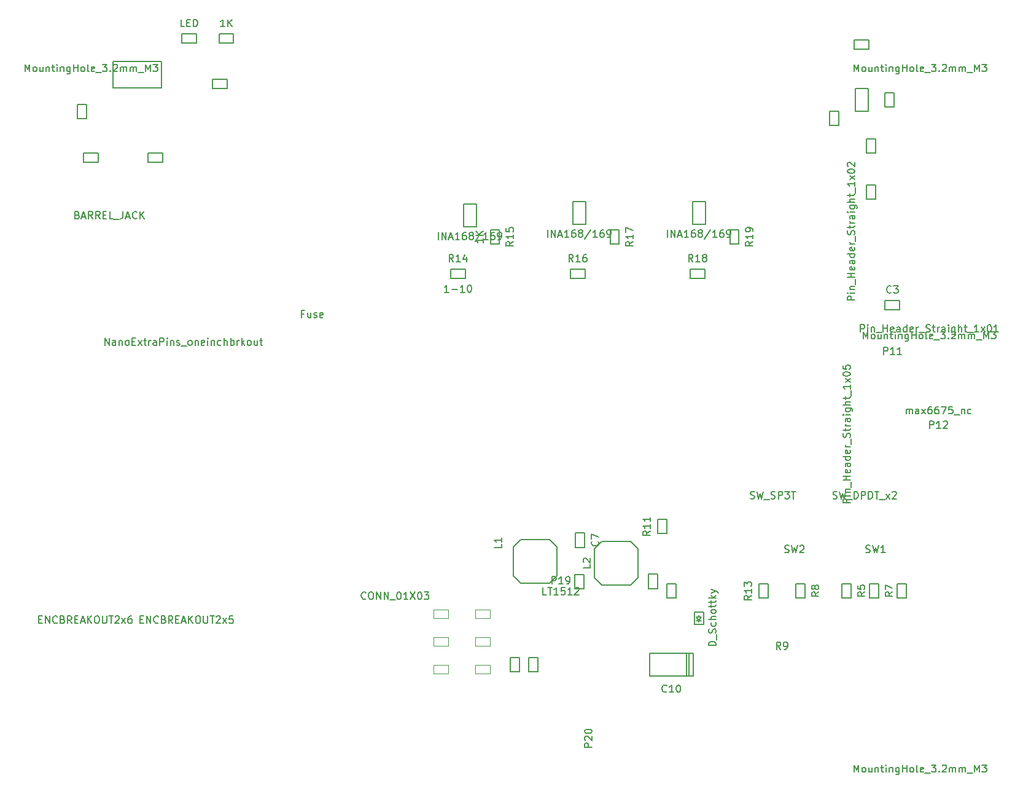
<source format=gbr>
G04 #@! TF.GenerationSoftware,KiCad,Pcbnew,5.0.0-rc2*
G04 #@! TF.CreationDate,2019-07-22T20:15:04-04:00*
G04 #@! TF.ProjectId,batterystation,6261747465727973746174696F6E2E6B,rev?*
G04 #@! TF.SameCoordinates,Original*
G04 #@! TF.FileFunction,Other,Fab,Top*
%FSLAX46Y46*%
G04 Gerber Fmt 4.6, Leading zero omitted, Abs format (unit mm)*
G04 Created by KiCad (PCBNEW 5.0.0-rc2) date Mon Jul 22 20:15:04 2019*
%MOMM*%
%LPD*%
G01*
G04 APERTURE LIST*
%ADD10C,0.150000*%
%ADD11C,0.100000*%
G04 APERTURE END LIST*
D10*
G04 #@! TO.C,C1*
X179267000Y-63442700D02*
X179267000Y-65442700D01*
X179267000Y-65442700D02*
X178017000Y-65442700D01*
X178017000Y-65442700D02*
X178017000Y-63442700D01*
X178017000Y-63442700D02*
X179267000Y-63442700D01*
G04 #@! TO.C,C2*
X185637000Y-60902700D02*
X186887000Y-60902700D01*
X185637000Y-62902700D02*
X185637000Y-60902700D01*
X186887000Y-62902700D02*
X185637000Y-62902700D01*
X186887000Y-60902700D02*
X186887000Y-62902700D01*
G04 #@! TO.C,C3*
X185690000Y-89545000D02*
X187690000Y-89545000D01*
X187690000Y-89545000D02*
X187690000Y-90795000D01*
X187690000Y-90795000D02*
X185690000Y-90795000D01*
X185690000Y-90795000D02*
X185690000Y-89545000D01*
G04 #@! TO.C,C4*
X92980000Y-59065000D02*
X94980000Y-59065000D01*
X94980000Y-59065000D02*
X94980000Y-60315000D01*
X94980000Y-60315000D02*
X92980000Y-60315000D01*
X92980000Y-60315000D02*
X92980000Y-59065000D01*
G04 #@! TO.C,C5*
X84090000Y-69225000D02*
X86090000Y-69225000D01*
X86090000Y-69225000D02*
X86090000Y-70475000D01*
X86090000Y-70475000D02*
X84090000Y-70475000D01*
X84090000Y-70475000D02*
X84090000Y-69225000D01*
G04 #@! TO.C,C6*
X142885000Y-129270000D02*
X142885000Y-127270000D01*
X142885000Y-127270000D02*
X144135000Y-127270000D01*
X144135000Y-127270000D02*
X144135000Y-129270000D01*
X144135000Y-129270000D02*
X142885000Y-129270000D01*
G04 #@! TO.C,C7*
X143012000Y-121555000D02*
X144262000Y-121555000D01*
X143012000Y-123555000D02*
X143012000Y-121555000D01*
X144262000Y-123555000D02*
X143012000Y-123555000D01*
X144262000Y-121555000D02*
X144262000Y-123555000D01*
G04 #@! TO.C,C8*
X136535000Y-140700000D02*
X136535000Y-138700000D01*
X136535000Y-138700000D02*
X137785000Y-138700000D01*
X137785000Y-138700000D02*
X137785000Y-140700000D01*
X137785000Y-140700000D02*
X136535000Y-140700000D01*
G04 #@! TO.C,C9*
X155585000Y-128540000D02*
X156835000Y-128540000D01*
X155585000Y-130540000D02*
X155585000Y-128540000D01*
X156835000Y-130540000D02*
X155585000Y-130540000D01*
X156835000Y-128540000D02*
X156835000Y-130540000D01*
G04 #@! TO.C,C10*
X159210000Y-141300000D02*
X159210000Y-138100000D01*
X159210000Y-138100000D02*
X153210000Y-138100000D01*
X153210000Y-138100000D02*
X153210000Y-141300000D01*
X153210000Y-141300000D02*
X159210000Y-141300000D01*
X158610000Y-141300000D02*
X158610000Y-138100000D01*
X158310000Y-141300000D02*
X158310000Y-138100000D01*
G04 #@! TO.C,D1*
X184347000Y-67252700D02*
X184347000Y-69252700D01*
X184347000Y-69252700D02*
X183097000Y-69252700D01*
X183097000Y-69252700D02*
X183097000Y-67252700D01*
X183097000Y-67252700D02*
X184347000Y-67252700D01*
G04 #@! TO.C,D2*
X160020000Y-133150000D02*
X160020000Y-132900000D01*
X160370000Y-133150000D02*
X160020000Y-133650000D01*
X159670000Y-133150000D02*
X160370000Y-133150000D01*
X160020000Y-133650000D02*
X159670000Y-133150000D01*
X160020000Y-133650000D02*
X160020000Y-133850000D01*
X159670000Y-133650000D02*
X160370000Y-133650000D01*
X160670000Y-134200000D02*
X159370000Y-134200000D01*
X160670000Y-132500000D02*
X160670000Y-134200000D01*
X159370000Y-132500000D02*
X160670000Y-132500000D01*
X159370000Y-134200000D02*
X159370000Y-132500000D01*
G04 #@! TO.C,L1*
X134414000Y-123476000D02*
X134414000Y-125476000D01*
X135414000Y-122476000D02*
X134414000Y-123476000D01*
X137414000Y-122476000D02*
X135414000Y-122476000D01*
X134414000Y-127476000D02*
X134414000Y-125476000D01*
X135414000Y-128476000D02*
X134414000Y-127476000D01*
X137414000Y-128476000D02*
X135414000Y-128476000D01*
X140414000Y-127476000D02*
X140414000Y-125476000D01*
X139414000Y-128476000D02*
X140414000Y-127476000D01*
X137414000Y-128476000D02*
X139414000Y-128476000D01*
X140414000Y-123476000D02*
X140414000Y-125476000D01*
X139414000Y-122476000D02*
X140414000Y-123476000D01*
X137414000Y-122476000D02*
X139414000Y-122476000D01*
G04 #@! TO.C,L2*
X148590000Y-128730000D02*
X146590000Y-128730000D01*
X146590000Y-128730000D02*
X145590000Y-127730000D01*
X145590000Y-127730000D02*
X145590000Y-125730000D01*
X148590000Y-122730000D02*
X146590000Y-122730000D01*
X146590000Y-122730000D02*
X145590000Y-123730000D01*
X145590000Y-123730000D02*
X145590000Y-125730000D01*
X148590000Y-122730000D02*
X150590000Y-122730000D01*
X150590000Y-122730000D02*
X151590000Y-123730000D01*
X151590000Y-123730000D02*
X151590000Y-125730000D01*
X148590000Y-128730000D02*
X150590000Y-128730000D01*
X150590000Y-128730000D02*
X151590000Y-127730000D01*
X151590000Y-127730000D02*
X151590000Y-125730000D01*
G04 #@! TO.C,P10*
X181552000Y-63452700D02*
X183352000Y-63452700D01*
X183352000Y-63452700D02*
X183352000Y-60352700D01*
X181552000Y-60352700D02*
X183352000Y-60352700D01*
X181552000Y-63452700D02*
X181552000Y-60352700D01*
G04 #@! TO.C,R1*
X181452000Y-54907700D02*
X181452000Y-53657700D01*
X183452000Y-54907700D02*
X181452000Y-54907700D01*
X183452000Y-53657700D02*
X183452000Y-54907700D01*
X181452000Y-53657700D02*
X183452000Y-53657700D01*
G04 #@! TO.C,R2*
X183097000Y-75602700D02*
X183097000Y-73602700D01*
X183097000Y-73602700D02*
X184347000Y-73602700D01*
X184347000Y-73602700D02*
X184347000Y-75602700D01*
X184347000Y-75602700D02*
X183097000Y-75602700D01*
G04 #@! TO.C,R3*
X77200000Y-69225000D02*
X77200000Y-70475000D01*
X75200000Y-69225000D02*
X77200000Y-69225000D01*
X75200000Y-70475000D02*
X75200000Y-69225000D01*
X77200000Y-70475000D02*
X75200000Y-70475000D01*
G04 #@! TO.C,R4*
X74305000Y-62500000D02*
X75555000Y-62500000D01*
X74305000Y-64500000D02*
X74305000Y-62500000D01*
X75555000Y-64500000D02*
X74305000Y-64500000D01*
X75555000Y-62500000D02*
X75555000Y-64500000D01*
G04 #@! TO.C,R5*
X180965000Y-128540000D02*
X180965000Y-130540000D01*
X180965000Y-130540000D02*
X179715000Y-130540000D01*
X179715000Y-130540000D02*
X179715000Y-128540000D01*
X179715000Y-128540000D02*
X180965000Y-128540000D01*
G04 #@! TO.C,R6*
X188585000Y-128540000D02*
X188585000Y-130540000D01*
X188585000Y-130540000D02*
X187335000Y-130540000D01*
X187335000Y-130540000D02*
X187335000Y-128540000D01*
X187335000Y-128540000D02*
X188585000Y-128540000D01*
G04 #@! TO.C,R7*
X183525000Y-128540000D02*
X184775000Y-128540000D01*
X183525000Y-130540000D02*
X183525000Y-128540000D01*
X184775000Y-130540000D02*
X183525000Y-130540000D01*
X184775000Y-128540000D02*
X184775000Y-130540000D01*
G04 #@! TO.C,R8*
X173365000Y-128540000D02*
X174615000Y-128540000D01*
X173365000Y-130540000D02*
X173365000Y-128540000D01*
X174615000Y-130540000D02*
X173365000Y-130540000D01*
X174615000Y-128540000D02*
X174615000Y-130540000D01*
G04 #@! TO.C,R10*
X154295000Y-127250000D02*
X154295000Y-129250000D01*
X154295000Y-129250000D02*
X153045000Y-129250000D01*
X153045000Y-129250000D02*
X153045000Y-127250000D01*
X153045000Y-127250000D02*
X154295000Y-127250000D01*
G04 #@! TO.C,R11*
X154315000Y-121650000D02*
X154315000Y-119650000D01*
X154315000Y-119650000D02*
X155565000Y-119650000D01*
X155565000Y-119650000D02*
X155565000Y-121650000D01*
X155565000Y-121650000D02*
X154315000Y-121650000D01*
G04 #@! TO.C,R12*
X135245000Y-140700000D02*
X133995000Y-140700000D01*
X135245000Y-138700000D02*
X135245000Y-140700000D01*
X133995000Y-138700000D02*
X135245000Y-138700000D01*
X133995000Y-140700000D02*
X133995000Y-138700000D01*
G04 #@! TO.C,R13*
X169535000Y-130540000D02*
X168285000Y-130540000D01*
X169535000Y-128540000D02*
X169535000Y-130540000D01*
X168285000Y-128540000D02*
X169535000Y-128540000D01*
X168285000Y-130540000D02*
X168285000Y-128540000D01*
G04 #@! TO.C,R14*
X125805000Y-86469400D02*
X125805000Y-85219400D01*
X127805000Y-86469400D02*
X125805000Y-86469400D01*
X127805000Y-85219400D02*
X127805000Y-86469400D01*
X125805000Y-85219400D02*
X127805000Y-85219400D01*
G04 #@! TO.C,R15*
X132510000Y-79764400D02*
X132510000Y-81764400D01*
X132510000Y-81764400D02*
X131260000Y-81764400D01*
X131260000Y-81764400D02*
X131260000Y-79764400D01*
X131260000Y-79764400D02*
X132510000Y-79764400D01*
G04 #@! TO.C,R16*
X142315000Y-85219400D02*
X144315000Y-85219400D01*
X144315000Y-85219400D02*
X144315000Y-86469400D01*
X144315000Y-86469400D02*
X142315000Y-86469400D01*
X142315000Y-86469400D02*
X142315000Y-85219400D01*
G04 #@! TO.C,R17*
X147770000Y-79764400D02*
X149020000Y-79764400D01*
X147770000Y-81764400D02*
X147770000Y-79764400D01*
X149020000Y-81764400D02*
X147770000Y-81764400D01*
X149020000Y-79764400D02*
X149020000Y-81764400D01*
G04 #@! TO.C,R18*
X158825000Y-86469400D02*
X158825000Y-85219400D01*
X160825000Y-86469400D02*
X158825000Y-86469400D01*
X160825000Y-85219400D02*
X160825000Y-86469400D01*
X158825000Y-85219400D02*
X160825000Y-85219400D01*
G04 #@! TO.C,R19*
X164280000Y-79764400D02*
X165530000Y-79764400D01*
X164280000Y-81764400D02*
X164280000Y-79764400D01*
X165530000Y-81764400D02*
X164280000Y-81764400D01*
X165530000Y-79764400D02*
X165530000Y-81764400D01*
G04 #@! TO.C,U2*
X79200000Y-60270000D02*
X85900000Y-60270000D01*
X79200000Y-60270000D02*
X79200000Y-56570000D01*
X85900000Y-60270000D02*
X85900000Y-56570000D01*
X79200000Y-56570000D02*
X85900000Y-56570000D01*
G04 #@! TO.C,P21*
X129340000Y-76240000D02*
X127540000Y-76240000D01*
X127540000Y-76240000D02*
X127540000Y-79340000D01*
X129340000Y-79340000D02*
X127540000Y-79340000D01*
X129340000Y-76240000D02*
X129340000Y-79340000D01*
G04 #@! TO.C,P22*
X144410000Y-75920000D02*
X144410000Y-79020000D01*
X144410000Y-79020000D02*
X142610000Y-79020000D01*
X142610000Y-75920000D02*
X142610000Y-79020000D01*
X144410000Y-75920000D02*
X142610000Y-75920000D01*
G04 #@! TO.C,P23*
X160920000Y-75920000D02*
X159120000Y-75920000D01*
X159120000Y-75920000D02*
X159120000Y-79020000D01*
X160920000Y-79020000D02*
X159120000Y-79020000D01*
X160920000Y-75920000D02*
X160920000Y-79020000D01*
G04 #@! TO.C,D3*
X90701001Y-52834500D02*
X90701001Y-54084500D01*
X88701001Y-52834500D02*
X90701001Y-52834500D01*
X88701001Y-54084500D02*
X88701001Y-52834500D01*
X90701001Y-54084500D02*
X88701001Y-54084500D01*
G04 #@! TO.C,R20*
X95851001Y-54084500D02*
X93851001Y-54084500D01*
X93851001Y-54084500D02*
X93851001Y-52834500D01*
X93851001Y-52834500D02*
X95851001Y-52834500D01*
X95851001Y-52834500D02*
X95851001Y-54084500D01*
D11*
G04 #@! TO.C,R21*
X123460000Y-132090000D02*
X125460000Y-132090000D01*
X125460000Y-132090000D02*
X125460000Y-133340000D01*
X125460000Y-133340000D02*
X123460000Y-133340000D01*
X123460000Y-133340000D02*
X123460000Y-132090000D01*
G04 #@! TO.C,R22*
X129175000Y-132090000D02*
X131175000Y-132090000D01*
X131175000Y-132090000D02*
X131175000Y-133340000D01*
X131175000Y-133340000D02*
X129175000Y-133340000D01*
X129175000Y-133340000D02*
X129175000Y-132090000D01*
G04 #@! TO.C,R23*
X123460000Y-137150000D02*
X123460000Y-135900000D01*
X125460000Y-137150000D02*
X123460000Y-137150000D01*
X125460000Y-135900000D02*
X125460000Y-137150000D01*
X123460000Y-135900000D02*
X125460000Y-135900000D01*
G04 #@! TO.C,R24*
X129175000Y-137150000D02*
X129175000Y-135900000D01*
X131175000Y-137150000D02*
X129175000Y-137150000D01*
X131175000Y-135900000D02*
X131175000Y-137150000D01*
X129175000Y-135900000D02*
X131175000Y-135900000D01*
G04 #@! TO.C,R25*
X123460000Y-139710000D02*
X125460000Y-139710000D01*
X125460000Y-139710000D02*
X125460000Y-140960000D01*
X125460000Y-140960000D02*
X123460000Y-140960000D01*
X123460000Y-140960000D02*
X123460000Y-139710000D01*
G04 #@! TO.C,R26*
X129175000Y-140960000D02*
X129175000Y-139710000D01*
X131175000Y-140960000D02*
X129175000Y-140960000D01*
X131175000Y-139710000D02*
X131175000Y-140960000D01*
X129175000Y-139710000D02*
X131175000Y-139710000D01*
G04 #@! TD*
G04 #@! TO.C,CON1*
D10*
X74335238Y-77749091D02*
X74478095Y-77796710D01*
X74525714Y-77844329D01*
X74573333Y-77939567D01*
X74573333Y-78082424D01*
X74525714Y-78177662D01*
X74478095Y-78225281D01*
X74382857Y-78272900D01*
X74001904Y-78272900D01*
X74001904Y-77272900D01*
X74335238Y-77272900D01*
X74430476Y-77320520D01*
X74478095Y-77368139D01*
X74525714Y-77463377D01*
X74525714Y-77558615D01*
X74478095Y-77653853D01*
X74430476Y-77701472D01*
X74335238Y-77749091D01*
X74001904Y-77749091D01*
X74954285Y-77987186D02*
X75430476Y-77987186D01*
X74859047Y-78272900D02*
X75192380Y-77272900D01*
X75525714Y-78272900D01*
X76430476Y-78272900D02*
X76097142Y-77796710D01*
X75859047Y-78272900D02*
X75859047Y-77272900D01*
X76239999Y-77272900D01*
X76335238Y-77320520D01*
X76382857Y-77368139D01*
X76430476Y-77463377D01*
X76430476Y-77606234D01*
X76382857Y-77701472D01*
X76335238Y-77749091D01*
X76239999Y-77796710D01*
X75859047Y-77796710D01*
X77430476Y-78272900D02*
X77097142Y-77796710D01*
X76859047Y-78272900D02*
X76859047Y-77272900D01*
X77239999Y-77272900D01*
X77335238Y-77320520D01*
X77382857Y-77368139D01*
X77430476Y-77463377D01*
X77430476Y-77606234D01*
X77382857Y-77701472D01*
X77335238Y-77749091D01*
X77239999Y-77796710D01*
X76859047Y-77796710D01*
X77859047Y-77749091D02*
X78192380Y-77749091D01*
X78335238Y-78272900D02*
X77859047Y-78272900D01*
X77859047Y-77272900D01*
X78335238Y-77272900D01*
X79239999Y-78272900D02*
X78763809Y-78272900D01*
X78763809Y-77272900D01*
X79335238Y-78368139D02*
X80097142Y-78368139D01*
X80620952Y-77272900D02*
X80620952Y-77987186D01*
X80573333Y-78130043D01*
X80478095Y-78225281D01*
X80335238Y-78272900D01*
X80239999Y-78272900D01*
X81049523Y-77987186D02*
X81525714Y-77987186D01*
X80954285Y-78272900D02*
X81287619Y-77272900D01*
X81620952Y-78272900D01*
X82525714Y-78177662D02*
X82478095Y-78225281D01*
X82335238Y-78272900D01*
X82240000Y-78272900D01*
X82097142Y-78225281D01*
X82001904Y-78130043D01*
X81954285Y-78034805D01*
X81906666Y-77844329D01*
X81906666Y-77701472D01*
X81954285Y-77510996D01*
X82001904Y-77415758D01*
X82097142Y-77320520D01*
X82240000Y-77272900D01*
X82335238Y-77272900D01*
X82478095Y-77320520D01*
X82525714Y-77368139D01*
X82954285Y-78272900D02*
X82954285Y-77272900D01*
X83525714Y-78272900D02*
X83097142Y-77701472D01*
X83525714Y-77272900D02*
X82954285Y-77844329D01*
G04 #@! TO.C,C3*
X186523333Y-88427142D02*
X186475714Y-88474761D01*
X186332857Y-88522380D01*
X186237619Y-88522380D01*
X186094761Y-88474761D01*
X185999523Y-88379523D01*
X185951904Y-88284285D01*
X185904285Y-88093809D01*
X185904285Y-87950952D01*
X185951904Y-87760476D01*
X185999523Y-87665238D01*
X186094761Y-87570000D01*
X186237619Y-87522380D01*
X186332857Y-87522380D01*
X186475714Y-87570000D01*
X186523333Y-87617619D01*
X186856666Y-87522380D02*
X187475714Y-87522380D01*
X187142380Y-87903333D01*
X187285238Y-87903333D01*
X187380476Y-87950952D01*
X187428095Y-87998571D01*
X187475714Y-88093809D01*
X187475714Y-88331904D01*
X187428095Y-88427142D01*
X187380476Y-88474761D01*
X187285238Y-88522380D01*
X186999523Y-88522380D01*
X186904285Y-88474761D01*
X186856666Y-88427142D01*
G04 #@! TO.C,C7*
X146094142Y-122721666D02*
X146141761Y-122769285D01*
X146189380Y-122912142D01*
X146189380Y-123007380D01*
X146141761Y-123150238D01*
X146046523Y-123245476D01*
X145951285Y-123293095D01*
X145760809Y-123340714D01*
X145617952Y-123340714D01*
X145427476Y-123293095D01*
X145332238Y-123245476D01*
X145236999Y-123150238D01*
X145189380Y-123007380D01*
X145189380Y-122912142D01*
X145236999Y-122769285D01*
X145284619Y-122721666D01*
X145189380Y-122388333D02*
X145189380Y-121721666D01*
X146189380Y-122150238D01*
G04 #@! TO.C,C10*
X155567142Y-143407142D02*
X155519523Y-143454761D01*
X155376666Y-143502380D01*
X155281428Y-143502380D01*
X155138571Y-143454761D01*
X155043333Y-143359523D01*
X154995714Y-143264285D01*
X154948095Y-143073809D01*
X154948095Y-142930952D01*
X154995714Y-142740476D01*
X155043333Y-142645238D01*
X155138571Y-142550000D01*
X155281428Y-142502380D01*
X155376666Y-142502380D01*
X155519523Y-142550000D01*
X155567142Y-142597619D01*
X156519523Y-143502380D02*
X155948095Y-143502380D01*
X156233809Y-143502380D02*
X156233809Y-142502380D01*
X156138571Y-142645238D01*
X156043333Y-142740476D01*
X155948095Y-142788095D01*
X157138571Y-142502380D02*
X157233809Y-142502380D01*
X157329047Y-142550000D01*
X157376666Y-142597619D01*
X157424285Y-142692857D01*
X157471904Y-142883333D01*
X157471904Y-143121428D01*
X157424285Y-143311904D01*
X157376666Y-143407142D01*
X157329047Y-143454761D01*
X157233809Y-143502380D01*
X157138571Y-143502380D01*
X157043333Y-143454761D01*
X156995714Y-143407142D01*
X156948095Y-143311904D01*
X156900476Y-143121428D01*
X156900476Y-142883333D01*
X156948095Y-142692857D01*
X156995714Y-142597619D01*
X157043333Y-142550000D01*
X157138571Y-142502380D01*
G04 #@! TO.C,D2*
X162372380Y-137059523D02*
X161372380Y-137059523D01*
X161372380Y-136821428D01*
X161419999Y-136678571D01*
X161515238Y-136583333D01*
X161610476Y-136535714D01*
X161800952Y-136488095D01*
X161943809Y-136488095D01*
X162134285Y-136535714D01*
X162229523Y-136583333D01*
X162324761Y-136678571D01*
X162372380Y-136821428D01*
X162372380Y-137059523D01*
X162467619Y-136297619D02*
X162467619Y-135535714D01*
X162324761Y-135345238D02*
X162372380Y-135202380D01*
X162372380Y-134964285D01*
X162324761Y-134869047D01*
X162277142Y-134821428D01*
X162181904Y-134773809D01*
X162086666Y-134773809D01*
X161991428Y-134821428D01*
X161943809Y-134869047D01*
X161896190Y-134964285D01*
X161848571Y-135154761D01*
X161800952Y-135249999D01*
X161753333Y-135297619D01*
X161658095Y-135345238D01*
X161562857Y-135345238D01*
X161467619Y-135297619D01*
X161419999Y-135249999D01*
X161372380Y-135154761D01*
X161372380Y-134916666D01*
X161419999Y-134773809D01*
X162324761Y-133916666D02*
X162372380Y-134011904D01*
X162372380Y-134202380D01*
X162324761Y-134297619D01*
X162277142Y-134345238D01*
X162181904Y-134392857D01*
X161896190Y-134392857D01*
X161800952Y-134345238D01*
X161753333Y-134297619D01*
X161705714Y-134202380D01*
X161705714Y-134011904D01*
X161753333Y-133916666D01*
X162372380Y-133488095D02*
X161372380Y-133488095D01*
X162372380Y-133059523D02*
X161848571Y-133059523D01*
X161753333Y-133107142D01*
X161705714Y-133202380D01*
X161705714Y-133345238D01*
X161753333Y-133440476D01*
X161800952Y-133488095D01*
X162372380Y-132440476D02*
X162324761Y-132535714D01*
X162277142Y-132583333D01*
X162181904Y-132630952D01*
X161896190Y-132630952D01*
X161800952Y-132583333D01*
X161753333Y-132535714D01*
X161705714Y-132440476D01*
X161705714Y-132297619D01*
X161753333Y-132202380D01*
X161800952Y-132154761D01*
X161896190Y-132107142D01*
X162181904Y-132107142D01*
X162277142Y-132154761D01*
X162324761Y-132202380D01*
X162372380Y-132297619D01*
X162372380Y-132440476D01*
X161705714Y-131821428D02*
X161705714Y-131440476D01*
X161372380Y-131678571D02*
X162229523Y-131678571D01*
X162324761Y-131630952D01*
X162372380Y-131535714D01*
X162372380Y-131440476D01*
X161705714Y-131249999D02*
X161705714Y-130869047D01*
X161372380Y-131107142D02*
X162229523Y-131107142D01*
X162324761Y-131059523D01*
X162372380Y-130964285D01*
X162372380Y-130869047D01*
X162372380Y-130535714D02*
X161372380Y-130535714D01*
X161991428Y-130440476D02*
X162372380Y-130154761D01*
X161705714Y-130154761D02*
X162086666Y-130535714D01*
X161705714Y-129821428D02*
X162372380Y-129583333D01*
X161705714Y-129345238D02*
X162372380Y-129583333D01*
X162610476Y-129678571D01*
X162658095Y-129726190D01*
X162705714Y-129821428D01*
G04 #@! TO.C,F1*
X105537142Y-91368571D02*
X105203809Y-91368571D01*
X105203809Y-91892380D02*
X105203809Y-90892380D01*
X105679999Y-90892380D01*
X106489523Y-91225714D02*
X106489523Y-91892380D01*
X106060952Y-91225714D02*
X106060952Y-91749523D01*
X106108571Y-91844761D01*
X106203809Y-91892380D01*
X106346666Y-91892380D01*
X106441904Y-91844761D01*
X106489523Y-91797142D01*
X106918095Y-91844761D02*
X107013333Y-91892380D01*
X107203809Y-91892380D01*
X107299047Y-91844761D01*
X107346666Y-91749523D01*
X107346666Y-91701904D01*
X107299047Y-91606666D01*
X107203809Y-91559047D01*
X107060952Y-91559047D01*
X106965714Y-91511428D01*
X106918095Y-91416190D01*
X106918095Y-91368571D01*
X106965714Y-91273333D01*
X107060952Y-91225714D01*
X107203809Y-91225714D01*
X107299047Y-91273333D01*
X108156190Y-91844761D02*
X108060952Y-91892380D01*
X107870476Y-91892380D01*
X107775238Y-91844761D01*
X107727619Y-91749523D01*
X107727619Y-91368571D01*
X107775238Y-91273333D01*
X107870476Y-91225714D01*
X108060952Y-91225714D01*
X108156190Y-91273333D01*
X108203809Y-91368571D01*
X108203809Y-91463809D01*
X107727619Y-91559047D01*
G04 #@! TO.C,L1*
X132786380Y-123102666D02*
X132786380Y-123578857D01*
X131786380Y-123578857D01*
X132786380Y-122245523D02*
X132786380Y-122816952D01*
X132786380Y-122531238D02*
X131786380Y-122531238D01*
X131929238Y-122626476D01*
X132024476Y-122721714D01*
X132072095Y-122816952D01*
G04 #@! TO.C,L2*
X145042380Y-125896666D02*
X145042380Y-126372857D01*
X144042380Y-126372857D01*
X144137619Y-125610952D02*
X144090000Y-125563333D01*
X144042380Y-125468095D01*
X144042380Y-125230000D01*
X144090000Y-125134761D01*
X144137619Y-125087142D01*
X144232857Y-125039523D01*
X144328095Y-125039523D01*
X144470952Y-125087142D01*
X145042380Y-125658571D01*
X145042380Y-125039523D01*
G04 #@! TO.C,P11*
X185475714Y-96972380D02*
X185475714Y-95972380D01*
X185856666Y-95972380D01*
X185951904Y-96020000D01*
X185999523Y-96067619D01*
X186047142Y-96162857D01*
X186047142Y-96305714D01*
X185999523Y-96400952D01*
X185951904Y-96448571D01*
X185856666Y-96496190D01*
X185475714Y-96496190D01*
X186999523Y-96972380D02*
X186428095Y-96972380D01*
X186713809Y-96972380D02*
X186713809Y-95972380D01*
X186618571Y-96115238D01*
X186523333Y-96210476D01*
X186428095Y-96258095D01*
X187951904Y-96972380D02*
X187380476Y-96972380D01*
X187666190Y-96972380D02*
X187666190Y-95972380D01*
X187570952Y-96115238D01*
X187475714Y-96210476D01*
X187380476Y-96258095D01*
G04 #@! TO.C,P12*
X191825714Y-107152380D02*
X191825714Y-106152380D01*
X192206666Y-106152380D01*
X192301904Y-106200000D01*
X192349523Y-106247619D01*
X192397142Y-106342857D01*
X192397142Y-106485714D01*
X192349523Y-106580952D01*
X192301904Y-106628571D01*
X192206666Y-106676190D01*
X191825714Y-106676190D01*
X193349523Y-107152380D02*
X192778095Y-107152380D01*
X193063809Y-107152380D02*
X193063809Y-106152380D01*
X192968571Y-106295238D01*
X192873333Y-106390476D01*
X192778095Y-106438095D01*
X193730476Y-106247619D02*
X193778095Y-106200000D01*
X193873333Y-106152380D01*
X194111428Y-106152380D01*
X194206666Y-106200000D01*
X194254285Y-106247619D01*
X194301904Y-106342857D01*
X194301904Y-106438095D01*
X194254285Y-106580952D01*
X193682857Y-107152380D01*
X194301904Y-107152380D01*
X188587619Y-105152380D02*
X188587619Y-104485714D01*
X188587619Y-104580952D02*
X188635238Y-104533333D01*
X188730476Y-104485714D01*
X188873333Y-104485714D01*
X188968571Y-104533333D01*
X189016190Y-104628571D01*
X189016190Y-105152380D01*
X189016190Y-104628571D02*
X189063809Y-104533333D01*
X189159047Y-104485714D01*
X189301904Y-104485714D01*
X189397142Y-104533333D01*
X189444761Y-104628571D01*
X189444761Y-105152380D01*
X190349523Y-105152380D02*
X190349523Y-104628571D01*
X190301904Y-104533333D01*
X190206666Y-104485714D01*
X190016190Y-104485714D01*
X189920952Y-104533333D01*
X190349523Y-105104761D02*
X190254285Y-105152380D01*
X190016190Y-105152380D01*
X189920952Y-105104761D01*
X189873333Y-105009523D01*
X189873333Y-104914285D01*
X189920952Y-104819047D01*
X190016190Y-104771428D01*
X190254285Y-104771428D01*
X190349523Y-104723809D01*
X190730476Y-105152380D02*
X191254285Y-104485714D01*
X190730476Y-104485714D02*
X191254285Y-105152380D01*
X192063809Y-104152380D02*
X191873333Y-104152380D01*
X191778095Y-104200000D01*
X191730476Y-104247619D01*
X191635238Y-104390476D01*
X191587619Y-104580952D01*
X191587619Y-104961904D01*
X191635238Y-105057142D01*
X191682857Y-105104761D01*
X191778095Y-105152380D01*
X191968571Y-105152380D01*
X192063809Y-105104761D01*
X192111428Y-105057142D01*
X192159047Y-104961904D01*
X192159047Y-104723809D01*
X192111428Y-104628571D01*
X192063809Y-104580952D01*
X191968571Y-104533333D01*
X191778095Y-104533333D01*
X191682857Y-104580952D01*
X191635238Y-104628571D01*
X191587619Y-104723809D01*
X193016190Y-104152380D02*
X192825714Y-104152380D01*
X192730476Y-104200000D01*
X192682857Y-104247619D01*
X192587619Y-104390476D01*
X192540000Y-104580952D01*
X192540000Y-104961904D01*
X192587619Y-105057142D01*
X192635238Y-105104761D01*
X192730476Y-105152380D01*
X192920952Y-105152380D01*
X193016190Y-105104761D01*
X193063809Y-105057142D01*
X193111428Y-104961904D01*
X193111428Y-104723809D01*
X193063809Y-104628571D01*
X193016190Y-104580952D01*
X192920952Y-104533333D01*
X192730476Y-104533333D01*
X192635238Y-104580952D01*
X192587619Y-104628571D01*
X192540000Y-104723809D01*
X193444761Y-104152380D02*
X194111428Y-104152380D01*
X193682857Y-105152380D01*
X194968571Y-104152380D02*
X194492380Y-104152380D01*
X194444761Y-104628571D01*
X194492380Y-104580952D01*
X194587619Y-104533333D01*
X194825714Y-104533333D01*
X194920952Y-104580952D01*
X194968571Y-104628571D01*
X195016190Y-104723809D01*
X195016190Y-104961904D01*
X194968571Y-105057142D01*
X194920952Y-105104761D01*
X194825714Y-105152380D01*
X194587619Y-105152380D01*
X194492380Y-105104761D01*
X194444761Y-105057142D01*
X195206666Y-105247619D02*
X195968571Y-105247619D01*
X196206666Y-104485714D02*
X196206666Y-105152380D01*
X196206666Y-104580952D02*
X196254285Y-104533333D01*
X196349523Y-104485714D01*
X196492380Y-104485714D01*
X196587619Y-104533333D01*
X196635238Y-104628571D01*
X196635238Y-105152380D01*
X197540000Y-105104761D02*
X197444761Y-105152380D01*
X197254285Y-105152380D01*
X197159047Y-105104761D01*
X197111428Y-105057142D01*
X197063809Y-104961904D01*
X197063809Y-104676190D01*
X197111428Y-104580952D01*
X197159047Y-104533333D01*
X197254285Y-104485714D01*
X197444761Y-104485714D01*
X197540000Y-104533333D01*
G04 #@! TO.C,P15*
X82947138Y-133480571D02*
X83280471Y-133480571D01*
X83423328Y-134004380D02*
X82947138Y-134004380D01*
X82947138Y-133004380D01*
X83423328Y-133004380D01*
X83851899Y-134004380D02*
X83851899Y-133004380D01*
X84423328Y-134004380D01*
X84423328Y-133004380D01*
X85470947Y-133909142D02*
X85423328Y-133956761D01*
X85280471Y-134004380D01*
X85185233Y-134004380D01*
X85042376Y-133956761D01*
X84947138Y-133861523D01*
X84899519Y-133766285D01*
X84851899Y-133575809D01*
X84851899Y-133432952D01*
X84899519Y-133242476D01*
X84947138Y-133147238D01*
X85042376Y-133052000D01*
X85185233Y-133004380D01*
X85280471Y-133004380D01*
X85423328Y-133052000D01*
X85470947Y-133099619D01*
X86232852Y-133480571D02*
X86375709Y-133528190D01*
X86423328Y-133575809D01*
X86470947Y-133671047D01*
X86470947Y-133813904D01*
X86423328Y-133909142D01*
X86375709Y-133956761D01*
X86280471Y-134004380D01*
X85899519Y-134004380D01*
X85899519Y-133004380D01*
X86232852Y-133004380D01*
X86328090Y-133052000D01*
X86375709Y-133099619D01*
X86423328Y-133194857D01*
X86423328Y-133290095D01*
X86375709Y-133385333D01*
X86328090Y-133432952D01*
X86232852Y-133480571D01*
X85899519Y-133480571D01*
X87470947Y-134004380D02*
X87137614Y-133528190D01*
X86899519Y-134004380D02*
X86899519Y-133004380D01*
X87280471Y-133004380D01*
X87375709Y-133052000D01*
X87423328Y-133099619D01*
X87470947Y-133194857D01*
X87470947Y-133337714D01*
X87423328Y-133432952D01*
X87375709Y-133480571D01*
X87280471Y-133528190D01*
X86899519Y-133528190D01*
X87899519Y-133480571D02*
X88232852Y-133480571D01*
X88375709Y-134004380D02*
X87899519Y-134004380D01*
X87899519Y-133004380D01*
X88375709Y-133004380D01*
X88756661Y-133718666D02*
X89232852Y-133718666D01*
X88661423Y-134004380D02*
X88994757Y-133004380D01*
X89328090Y-134004380D01*
X89661423Y-134004380D02*
X89661423Y-133004380D01*
X90232852Y-134004380D02*
X89804280Y-133432952D01*
X90232852Y-133004380D02*
X89661423Y-133575809D01*
X90851899Y-133004380D02*
X91042376Y-133004380D01*
X91137614Y-133052000D01*
X91232852Y-133147238D01*
X91280471Y-133337714D01*
X91280471Y-133671047D01*
X91232852Y-133861523D01*
X91137614Y-133956761D01*
X91042376Y-134004380D01*
X90851899Y-134004380D01*
X90756661Y-133956761D01*
X90661423Y-133861523D01*
X90613804Y-133671047D01*
X90613804Y-133337714D01*
X90661423Y-133147238D01*
X90756661Y-133052000D01*
X90851899Y-133004380D01*
X91709042Y-133004380D02*
X91709042Y-133813904D01*
X91756661Y-133909142D01*
X91804280Y-133956761D01*
X91899519Y-134004380D01*
X92089995Y-134004380D01*
X92185233Y-133956761D01*
X92232852Y-133909142D01*
X92280471Y-133813904D01*
X92280471Y-133004380D01*
X92613804Y-133004380D02*
X93185233Y-133004380D01*
X92899519Y-134004380D02*
X92899519Y-133004380D01*
X93470947Y-133099619D02*
X93518566Y-133052000D01*
X93613804Y-133004380D01*
X93851899Y-133004380D01*
X93947138Y-133052000D01*
X93994757Y-133099619D01*
X94042376Y-133194857D01*
X94042376Y-133290095D01*
X93994757Y-133432952D01*
X93423328Y-134004380D01*
X94042376Y-134004380D01*
X94375709Y-134004380D02*
X94899519Y-133337714D01*
X94375709Y-133337714D02*
X94899519Y-134004380D01*
X95756661Y-133004380D02*
X95280471Y-133004380D01*
X95232852Y-133480571D01*
X95280471Y-133432952D01*
X95375709Y-133385333D01*
X95613804Y-133385333D01*
X95709042Y-133432952D01*
X95756661Y-133480571D01*
X95804280Y-133575809D01*
X95804280Y-133813904D01*
X95756661Y-133909142D01*
X95709042Y-133956761D01*
X95613804Y-134004380D01*
X95375709Y-134004380D01*
X95280471Y-133956761D01*
X95232852Y-133909142D01*
G04 #@! TO.C,P16*
X69007138Y-133480571D02*
X69340471Y-133480571D01*
X69483328Y-134004380D02*
X69007138Y-134004380D01*
X69007138Y-133004380D01*
X69483328Y-133004380D01*
X69911899Y-134004380D02*
X69911899Y-133004380D01*
X70483328Y-134004380D01*
X70483328Y-133004380D01*
X71530947Y-133909142D02*
X71483328Y-133956761D01*
X71340471Y-134004380D01*
X71245233Y-134004380D01*
X71102376Y-133956761D01*
X71007138Y-133861523D01*
X70959519Y-133766285D01*
X70911899Y-133575809D01*
X70911899Y-133432952D01*
X70959519Y-133242476D01*
X71007138Y-133147238D01*
X71102376Y-133052000D01*
X71245233Y-133004380D01*
X71340471Y-133004380D01*
X71483328Y-133052000D01*
X71530947Y-133099619D01*
X72292852Y-133480571D02*
X72435709Y-133528190D01*
X72483328Y-133575809D01*
X72530947Y-133671047D01*
X72530947Y-133813904D01*
X72483328Y-133909142D01*
X72435709Y-133956761D01*
X72340471Y-134004380D01*
X71959519Y-134004380D01*
X71959519Y-133004380D01*
X72292852Y-133004380D01*
X72388090Y-133052000D01*
X72435709Y-133099619D01*
X72483328Y-133194857D01*
X72483328Y-133290095D01*
X72435709Y-133385333D01*
X72388090Y-133432952D01*
X72292852Y-133480571D01*
X71959519Y-133480571D01*
X73530947Y-134004380D02*
X73197614Y-133528190D01*
X72959519Y-134004380D02*
X72959519Y-133004380D01*
X73340471Y-133004380D01*
X73435709Y-133052000D01*
X73483328Y-133099619D01*
X73530947Y-133194857D01*
X73530947Y-133337714D01*
X73483328Y-133432952D01*
X73435709Y-133480571D01*
X73340471Y-133528190D01*
X72959519Y-133528190D01*
X73959519Y-133480571D02*
X74292852Y-133480571D01*
X74435709Y-134004380D02*
X73959519Y-134004380D01*
X73959519Y-133004380D01*
X74435709Y-133004380D01*
X74816661Y-133718666D02*
X75292852Y-133718666D01*
X74721423Y-134004380D02*
X75054757Y-133004380D01*
X75388090Y-134004380D01*
X75721423Y-134004380D02*
X75721423Y-133004380D01*
X76292852Y-134004380D02*
X75864280Y-133432952D01*
X76292852Y-133004380D02*
X75721423Y-133575809D01*
X76911899Y-133004380D02*
X77102376Y-133004380D01*
X77197614Y-133052000D01*
X77292852Y-133147238D01*
X77340471Y-133337714D01*
X77340471Y-133671047D01*
X77292852Y-133861523D01*
X77197614Y-133956761D01*
X77102376Y-134004380D01*
X76911899Y-134004380D01*
X76816661Y-133956761D01*
X76721423Y-133861523D01*
X76673804Y-133671047D01*
X76673804Y-133337714D01*
X76721423Y-133147238D01*
X76816661Y-133052000D01*
X76911899Y-133004380D01*
X77769042Y-133004380D02*
X77769042Y-133813904D01*
X77816661Y-133909142D01*
X77864280Y-133956761D01*
X77959519Y-134004380D01*
X78149995Y-134004380D01*
X78245233Y-133956761D01*
X78292852Y-133909142D01*
X78340471Y-133813904D01*
X78340471Y-133004380D01*
X78673804Y-133004380D02*
X79245233Y-133004380D01*
X78959519Y-134004380D02*
X78959519Y-133004380D01*
X79530947Y-133099619D02*
X79578566Y-133052000D01*
X79673804Y-133004380D01*
X79911899Y-133004380D01*
X80007138Y-133052000D01*
X80054757Y-133099619D01*
X80102376Y-133194857D01*
X80102376Y-133290095D01*
X80054757Y-133432952D01*
X79483328Y-134004380D01*
X80102376Y-134004380D01*
X80435709Y-134004380D02*
X80959519Y-133337714D01*
X80435709Y-133337714D02*
X80959519Y-134004380D01*
X81769042Y-133004380D02*
X81578566Y-133004380D01*
X81483328Y-133052000D01*
X81435709Y-133099619D01*
X81340471Y-133242476D01*
X81292852Y-133432952D01*
X81292852Y-133813904D01*
X81340471Y-133909142D01*
X81388090Y-133956761D01*
X81483328Y-134004380D01*
X81673804Y-134004380D01*
X81769042Y-133956761D01*
X81816661Y-133909142D01*
X81864280Y-133813904D01*
X81864280Y-133575809D01*
X81816661Y-133480571D01*
X81769042Y-133432952D01*
X81673804Y-133385333D01*
X81483328Y-133385333D01*
X81388090Y-133432952D01*
X81340471Y-133480571D01*
X81292852Y-133575809D01*
G04 #@! TO.C,P19*
X139755714Y-128582380D02*
X139755714Y-127582380D01*
X140136666Y-127582380D01*
X140231904Y-127630000D01*
X140279523Y-127677619D01*
X140327142Y-127772857D01*
X140327142Y-127915714D01*
X140279523Y-128010952D01*
X140231904Y-128058571D01*
X140136666Y-128106190D01*
X139755714Y-128106190D01*
X141279523Y-128582380D02*
X140708095Y-128582380D01*
X140993809Y-128582380D02*
X140993809Y-127582380D01*
X140898571Y-127725238D01*
X140803333Y-127820476D01*
X140708095Y-127868095D01*
X141755714Y-128582380D02*
X141946190Y-128582380D01*
X142041428Y-128534761D01*
X142089047Y-128487142D01*
X142184285Y-128344285D01*
X142231904Y-128153809D01*
X142231904Y-127772857D01*
X142184285Y-127677619D01*
X142136666Y-127630000D01*
X142041428Y-127582380D01*
X141850952Y-127582380D01*
X141755714Y-127630000D01*
X141708095Y-127677619D01*
X141660476Y-127772857D01*
X141660476Y-128010952D01*
X141708095Y-128106190D01*
X141755714Y-128153809D01*
X141850952Y-128201428D01*
X142041428Y-128201428D01*
X142136666Y-128153809D01*
X142184285Y-128106190D01*
X142231904Y-128010952D01*
X138993809Y-130082380D02*
X138517619Y-130082380D01*
X138517619Y-129082380D01*
X139184285Y-129082380D02*
X139755714Y-129082380D01*
X139470000Y-130082380D02*
X139470000Y-129082380D01*
X140612857Y-130082380D02*
X140041428Y-130082380D01*
X140327142Y-130082380D02*
X140327142Y-129082380D01*
X140231904Y-129225238D01*
X140136666Y-129320476D01*
X140041428Y-129368095D01*
X141517619Y-129082380D02*
X141041428Y-129082380D01*
X140993809Y-129558571D01*
X141041428Y-129510952D01*
X141136666Y-129463333D01*
X141374761Y-129463333D01*
X141470000Y-129510952D01*
X141517619Y-129558571D01*
X141565238Y-129653809D01*
X141565238Y-129891904D01*
X141517619Y-129987142D01*
X141470000Y-130034761D01*
X141374761Y-130082380D01*
X141136666Y-130082380D01*
X141041428Y-130034761D01*
X140993809Y-129987142D01*
X142517619Y-130082380D02*
X141946190Y-130082380D01*
X142231904Y-130082380D02*
X142231904Y-129082380D01*
X142136666Y-129225238D01*
X142041428Y-129320476D01*
X141946190Y-129368095D01*
X142898571Y-129177619D02*
X142946190Y-129130000D01*
X143041428Y-129082380D01*
X143279523Y-129082380D01*
X143374761Y-129130000D01*
X143422380Y-129177619D01*
X143470000Y-129272857D01*
X143470000Y-129368095D01*
X143422380Y-129510952D01*
X142850952Y-130082380D01*
X143470000Y-130082380D01*
G04 #@! TO.C,P20*
X145252380Y-151074285D02*
X144252380Y-151074285D01*
X144252380Y-150693333D01*
X144299999Y-150598095D01*
X144347619Y-150550476D01*
X144442857Y-150502857D01*
X144585714Y-150502857D01*
X144680952Y-150550476D01*
X144728571Y-150598095D01*
X144776190Y-150693333D01*
X144776190Y-151074285D01*
X144347619Y-150121904D02*
X144299999Y-150074285D01*
X144252380Y-149979047D01*
X144252380Y-149740952D01*
X144300000Y-149645714D01*
X144347619Y-149598095D01*
X144442857Y-149550476D01*
X144538095Y-149550476D01*
X144680952Y-149598095D01*
X145252380Y-150169523D01*
X145252380Y-149550476D01*
X144252380Y-148931428D02*
X144252380Y-148836190D01*
X144300000Y-148740952D01*
X144347619Y-148693333D01*
X144442857Y-148645714D01*
X144633333Y-148598095D01*
X144871428Y-148598095D01*
X145061904Y-148645714D01*
X145157142Y-148693333D01*
X145204761Y-148740952D01*
X145252380Y-148836190D01*
X145252380Y-148931428D01*
X145204761Y-149026666D01*
X145157142Y-149074285D01*
X145061904Y-149121904D01*
X144871428Y-149169523D01*
X144633333Y-149169523D01*
X144442857Y-149121904D01*
X144347619Y-149074285D01*
X144300000Y-149026666D01*
X144252380Y-148931428D01*
G04 #@! TO.C,R5*
X182892380Y-129706666D02*
X182416190Y-130040000D01*
X182892380Y-130278095D02*
X181892380Y-130278095D01*
X181892380Y-129897142D01*
X181939999Y-129801904D01*
X181987619Y-129754285D01*
X182082857Y-129706666D01*
X182225714Y-129706666D01*
X182320952Y-129754285D01*
X182368571Y-129801904D01*
X182416190Y-129897142D01*
X182416190Y-130278095D01*
X181892380Y-128801904D02*
X181892380Y-129278095D01*
X182368571Y-129325714D01*
X182320952Y-129278095D01*
X182273333Y-129182857D01*
X182273333Y-128944761D01*
X182320952Y-128849523D01*
X182368571Y-128801904D01*
X182463809Y-128754285D01*
X182701904Y-128754285D01*
X182797142Y-128801904D01*
X182844761Y-128849523D01*
X182892380Y-128944761D01*
X182892380Y-129182857D01*
X182844761Y-129278095D01*
X182797142Y-129325714D01*
G04 #@! TO.C,R7*
X186702380Y-129706666D02*
X186226190Y-130040000D01*
X186702380Y-130278095D02*
X185702380Y-130278095D01*
X185702380Y-129897142D01*
X185749999Y-129801904D01*
X185797619Y-129754285D01*
X185892857Y-129706666D01*
X186035714Y-129706666D01*
X186130952Y-129754285D01*
X186178571Y-129801904D01*
X186226190Y-129897142D01*
X186226190Y-130278095D01*
X185702380Y-129373333D02*
X185702380Y-128706666D01*
X186702380Y-129135238D01*
G04 #@! TO.C,R8*
X176542380Y-129706666D02*
X176066190Y-130040000D01*
X176542380Y-130278095D02*
X175542380Y-130278095D01*
X175542380Y-129897142D01*
X175589999Y-129801904D01*
X175637619Y-129754285D01*
X175732857Y-129706666D01*
X175875714Y-129706666D01*
X175970952Y-129754285D01*
X176018571Y-129801904D01*
X176066190Y-129897142D01*
X176066190Y-130278095D01*
X175970952Y-129135238D02*
X175923333Y-129230476D01*
X175875714Y-129278095D01*
X175780476Y-129325714D01*
X175732857Y-129325714D01*
X175637619Y-129278095D01*
X175590000Y-129230476D01*
X175542380Y-129135238D01*
X175542380Y-128944761D01*
X175590000Y-128849523D01*
X175637619Y-128801904D01*
X175732857Y-128754285D01*
X175780476Y-128754285D01*
X175875714Y-128801904D01*
X175923333Y-128849523D01*
X175970952Y-128944761D01*
X175970952Y-129135238D01*
X176018571Y-129230476D01*
X176066190Y-129278095D01*
X176161428Y-129325714D01*
X176351904Y-129325714D01*
X176447142Y-129278095D01*
X176494761Y-129230476D01*
X176542380Y-129135238D01*
X176542380Y-128944761D01*
X176494761Y-128849523D01*
X176447142Y-128801904D01*
X176351904Y-128754285D01*
X176161428Y-128754285D01*
X176066190Y-128801904D01*
X176018571Y-128849523D01*
X175970952Y-128944761D01*
G04 #@! TO.C,R9*
X171283333Y-137592380D02*
X170949999Y-137116190D01*
X170711904Y-137592380D02*
X170711904Y-136592380D01*
X171092857Y-136592380D01*
X171188095Y-136640000D01*
X171235714Y-136687619D01*
X171283333Y-136782857D01*
X171283333Y-136925714D01*
X171235714Y-137020952D01*
X171188095Y-137068571D01*
X171092857Y-137116190D01*
X170711904Y-137116190D01*
X171759523Y-137592380D02*
X171949999Y-137592380D01*
X172045238Y-137544761D01*
X172092857Y-137497142D01*
X172188095Y-137354285D01*
X172235714Y-137163809D01*
X172235714Y-136782857D01*
X172188095Y-136687619D01*
X172140476Y-136640000D01*
X172045238Y-136592380D01*
X171854761Y-136592380D01*
X171759523Y-136640000D01*
X171711904Y-136687619D01*
X171664285Y-136782857D01*
X171664285Y-137020952D01*
X171711904Y-137116190D01*
X171759523Y-137163809D01*
X171854761Y-137211428D01*
X172045238Y-137211428D01*
X172140476Y-137163809D01*
X172188095Y-137116190D01*
X172235714Y-137020952D01*
G04 #@! TO.C,R11*
X153292380Y-121292857D02*
X152816190Y-121626190D01*
X153292380Y-121864285D02*
X152292380Y-121864285D01*
X152292380Y-121483333D01*
X152339999Y-121388095D01*
X152387619Y-121340476D01*
X152482857Y-121292857D01*
X152625714Y-121292857D01*
X152720952Y-121340476D01*
X152768571Y-121388095D01*
X152816190Y-121483333D01*
X152816190Y-121864285D01*
X153292380Y-120340476D02*
X153292380Y-120911904D01*
X153292380Y-120626190D02*
X152292380Y-120626190D01*
X152435238Y-120721428D01*
X152530476Y-120816666D01*
X152578095Y-120911904D01*
X153292380Y-119388095D02*
X153292380Y-119959523D01*
X153292380Y-119673809D02*
X152292380Y-119673809D01*
X152435238Y-119769047D01*
X152530476Y-119864285D01*
X152578095Y-119959523D01*
G04 #@! TO.C,R13*
X167262380Y-130182857D02*
X166786190Y-130516190D01*
X167262380Y-130754285D02*
X166262380Y-130754285D01*
X166262380Y-130373333D01*
X166309999Y-130278095D01*
X166357619Y-130230476D01*
X166452857Y-130182857D01*
X166595714Y-130182857D01*
X166690952Y-130230476D01*
X166738571Y-130278095D01*
X166786190Y-130373333D01*
X166786190Y-130754285D01*
X167262380Y-129230476D02*
X167262380Y-129801904D01*
X167262380Y-129516190D02*
X166262380Y-129516190D01*
X166405238Y-129611428D01*
X166500476Y-129706666D01*
X166548095Y-129801904D01*
X166262380Y-128897142D02*
X166262380Y-128278095D01*
X166643333Y-128611428D01*
X166643333Y-128468571D01*
X166690952Y-128373333D01*
X166738571Y-128325714D01*
X166833809Y-128278095D01*
X167071904Y-128278095D01*
X167167142Y-128325714D01*
X167214761Y-128373333D01*
X167262380Y-128468571D01*
X167262380Y-128754285D01*
X167214761Y-128849523D01*
X167167142Y-128897142D01*
G04 #@! TO.C,R14*
X126162142Y-84196780D02*
X125828809Y-83720590D01*
X125590714Y-84196780D02*
X125590714Y-83196780D01*
X125971666Y-83196780D01*
X126066904Y-83244400D01*
X126114523Y-83292019D01*
X126162142Y-83387257D01*
X126162142Y-83530114D01*
X126114523Y-83625352D01*
X126066904Y-83672971D01*
X125971666Y-83720590D01*
X125590714Y-83720590D01*
X127114523Y-84196780D02*
X126543095Y-84196780D01*
X126828809Y-84196780D02*
X126828809Y-83196780D01*
X126733571Y-83339638D01*
X126638333Y-83434876D01*
X126543095Y-83482495D01*
X127971666Y-83530114D02*
X127971666Y-84196780D01*
X127733571Y-83149161D02*
X127495476Y-83863447D01*
X128114523Y-83863447D01*
X125519285Y-88396780D02*
X124947857Y-88396780D01*
X125233571Y-88396780D02*
X125233571Y-87396780D01*
X125138333Y-87539638D01*
X125043095Y-87634876D01*
X124947857Y-87682495D01*
X125947857Y-88015828D02*
X126709761Y-88015828D01*
X127709761Y-88396780D02*
X127138333Y-88396780D01*
X127424047Y-88396780D02*
X127424047Y-87396780D01*
X127328809Y-87539638D01*
X127233571Y-87634876D01*
X127138333Y-87682495D01*
X128328809Y-87396780D02*
X128424047Y-87396780D01*
X128519285Y-87444400D01*
X128566904Y-87492019D01*
X128614523Y-87587257D01*
X128662142Y-87777733D01*
X128662142Y-88015828D01*
X128614523Y-88206304D01*
X128566904Y-88301542D01*
X128519285Y-88349161D01*
X128424047Y-88396780D01*
X128328809Y-88396780D01*
X128233571Y-88349161D01*
X128185952Y-88301542D01*
X128138333Y-88206304D01*
X128090714Y-88015828D01*
X128090714Y-87777733D01*
X128138333Y-87587257D01*
X128185952Y-87492019D01*
X128233571Y-87444400D01*
X128328809Y-87396780D01*
G04 #@! TO.C,R15*
X134437380Y-81407257D02*
X133961190Y-81740590D01*
X134437380Y-81978685D02*
X133437380Y-81978685D01*
X133437380Y-81597733D01*
X133484999Y-81502495D01*
X133532619Y-81454876D01*
X133627857Y-81407257D01*
X133770714Y-81407257D01*
X133865952Y-81454876D01*
X133913571Y-81502495D01*
X133961190Y-81597733D01*
X133961190Y-81978685D01*
X134437380Y-80454876D02*
X134437380Y-81026304D01*
X134437380Y-80740590D02*
X133437380Y-80740590D01*
X133580238Y-80835828D01*
X133675476Y-80931066D01*
X133723095Y-81026304D01*
X133437380Y-79550114D02*
X133437380Y-80026304D01*
X133913571Y-80073923D01*
X133865952Y-80026304D01*
X133818333Y-79931066D01*
X133818333Y-79692971D01*
X133865952Y-79597733D01*
X133913571Y-79550114D01*
X134008809Y-79502495D01*
X134246904Y-79502495D01*
X134342142Y-79550114D01*
X134389761Y-79597733D01*
X134437380Y-79692971D01*
X134437380Y-79931066D01*
X134389761Y-80026304D01*
X134342142Y-80073923D01*
X130237380Y-80978685D02*
X130237380Y-81550114D01*
X130237380Y-81264400D02*
X129237380Y-81264400D01*
X129380238Y-81359638D01*
X129475476Y-81454876D01*
X129523095Y-81550114D01*
X130237380Y-80550114D02*
X129237380Y-80550114D01*
X130237380Y-79978685D02*
X129665952Y-80407257D01*
X129237380Y-79978685D02*
X129808809Y-80550114D01*
G04 #@! TO.C,R16*
X142672142Y-84196780D02*
X142338809Y-83720590D01*
X142100714Y-84196780D02*
X142100714Y-83196780D01*
X142481666Y-83196780D01*
X142576904Y-83244400D01*
X142624523Y-83292019D01*
X142672142Y-83387257D01*
X142672142Y-83530114D01*
X142624523Y-83625352D01*
X142576904Y-83672971D01*
X142481666Y-83720590D01*
X142100714Y-83720590D01*
X143624523Y-84196780D02*
X143053095Y-84196780D01*
X143338809Y-84196780D02*
X143338809Y-83196780D01*
X143243571Y-83339638D01*
X143148333Y-83434876D01*
X143053095Y-83482495D01*
X144481666Y-83196780D02*
X144291190Y-83196780D01*
X144195952Y-83244400D01*
X144148333Y-83292019D01*
X144053095Y-83434876D01*
X144005476Y-83625352D01*
X144005476Y-84006304D01*
X144053095Y-84101542D01*
X144100714Y-84149161D01*
X144195952Y-84196780D01*
X144386428Y-84196780D01*
X144481666Y-84149161D01*
X144529285Y-84101542D01*
X144576904Y-84006304D01*
X144576904Y-83768209D01*
X144529285Y-83672971D01*
X144481666Y-83625352D01*
X144386428Y-83577733D01*
X144195952Y-83577733D01*
X144100714Y-83625352D01*
X144053095Y-83672971D01*
X144005476Y-83768209D01*
G04 #@! TO.C,R17*
X150947380Y-81407257D02*
X150471190Y-81740590D01*
X150947380Y-81978685D02*
X149947380Y-81978685D01*
X149947380Y-81597733D01*
X149994999Y-81502495D01*
X150042619Y-81454876D01*
X150137857Y-81407257D01*
X150280714Y-81407257D01*
X150375952Y-81454876D01*
X150423571Y-81502495D01*
X150471190Y-81597733D01*
X150471190Y-81978685D01*
X150947380Y-80454876D02*
X150947380Y-81026304D01*
X150947380Y-80740590D02*
X149947380Y-80740590D01*
X150090238Y-80835828D01*
X150185476Y-80931066D01*
X150233095Y-81026304D01*
X149947380Y-80121542D02*
X149947380Y-79454876D01*
X150947380Y-79883447D01*
G04 #@! TO.C,R18*
X159182142Y-84196780D02*
X158848809Y-83720590D01*
X158610714Y-84196780D02*
X158610714Y-83196780D01*
X158991666Y-83196780D01*
X159086904Y-83244400D01*
X159134523Y-83292019D01*
X159182142Y-83387257D01*
X159182142Y-83530114D01*
X159134523Y-83625352D01*
X159086904Y-83672971D01*
X158991666Y-83720590D01*
X158610714Y-83720590D01*
X160134523Y-84196780D02*
X159563095Y-84196780D01*
X159848809Y-84196780D02*
X159848809Y-83196780D01*
X159753571Y-83339638D01*
X159658333Y-83434876D01*
X159563095Y-83482495D01*
X160705952Y-83625352D02*
X160610714Y-83577733D01*
X160563095Y-83530114D01*
X160515476Y-83434876D01*
X160515476Y-83387257D01*
X160563095Y-83292019D01*
X160610714Y-83244400D01*
X160705952Y-83196780D01*
X160896428Y-83196780D01*
X160991666Y-83244400D01*
X161039285Y-83292019D01*
X161086904Y-83387257D01*
X161086904Y-83434876D01*
X161039285Y-83530114D01*
X160991666Y-83577733D01*
X160896428Y-83625352D01*
X160705952Y-83625352D01*
X160610714Y-83672971D01*
X160563095Y-83720590D01*
X160515476Y-83815828D01*
X160515476Y-84006304D01*
X160563095Y-84101542D01*
X160610714Y-84149161D01*
X160705952Y-84196780D01*
X160896428Y-84196780D01*
X160991666Y-84149161D01*
X161039285Y-84101542D01*
X161086904Y-84006304D01*
X161086904Y-83815828D01*
X161039285Y-83720590D01*
X160991666Y-83672971D01*
X160896428Y-83625352D01*
G04 #@! TO.C,R19*
X167457380Y-81407257D02*
X166981190Y-81740590D01*
X167457380Y-81978685D02*
X166457380Y-81978685D01*
X166457380Y-81597733D01*
X166504999Y-81502495D01*
X166552619Y-81454876D01*
X166647857Y-81407257D01*
X166790714Y-81407257D01*
X166885952Y-81454876D01*
X166933571Y-81502495D01*
X166981190Y-81597733D01*
X166981190Y-81978685D01*
X167457380Y-80454876D02*
X167457380Y-81026304D01*
X167457380Y-80740590D02*
X166457380Y-80740590D01*
X166600238Y-80835828D01*
X166695476Y-80931066D01*
X166743095Y-81026304D01*
X167457380Y-79978685D02*
X167457380Y-79788209D01*
X167409761Y-79692971D01*
X167362142Y-79645352D01*
X167219285Y-79550114D01*
X167028809Y-79502495D01*
X166647857Y-79502495D01*
X166552619Y-79550114D01*
X166505000Y-79597733D01*
X166457380Y-79692971D01*
X166457380Y-79883447D01*
X166505000Y-79978685D01*
X166552619Y-80026304D01*
X166647857Y-80073923D01*
X166885952Y-80073923D01*
X166981190Y-80026304D01*
X167028809Y-79978685D01*
X167076428Y-79883447D01*
X167076428Y-79692971D01*
X167028809Y-79597733D01*
X166981190Y-79550114D01*
X166885952Y-79502495D01*
G04 #@! TO.C,SW1*
X183046666Y-124229761D02*
X183189523Y-124277380D01*
X183427619Y-124277380D01*
X183522857Y-124229761D01*
X183570476Y-124182142D01*
X183618095Y-124086904D01*
X183618095Y-123991666D01*
X183570476Y-123896428D01*
X183522857Y-123848809D01*
X183427619Y-123801190D01*
X183237142Y-123753571D01*
X183141904Y-123705952D01*
X183094285Y-123658333D01*
X183046666Y-123563095D01*
X183046666Y-123467857D01*
X183094285Y-123372619D01*
X183141904Y-123325000D01*
X183237142Y-123277380D01*
X183475238Y-123277380D01*
X183618095Y-123325000D01*
X183951428Y-123277380D02*
X184189523Y-124277380D01*
X184380000Y-123563095D01*
X184570476Y-124277380D01*
X184808571Y-123277380D01*
X185713333Y-124277380D02*
X185141904Y-124277380D01*
X185427619Y-124277380D02*
X185427619Y-123277380D01*
X185332380Y-123420238D01*
X185237142Y-123515476D01*
X185141904Y-123563095D01*
X178499047Y-116804761D02*
X178641904Y-116852380D01*
X178880000Y-116852380D01*
X178975238Y-116804761D01*
X179022857Y-116757142D01*
X179070476Y-116661904D01*
X179070476Y-116566666D01*
X179022857Y-116471428D01*
X178975238Y-116423809D01*
X178880000Y-116376190D01*
X178689523Y-116328571D01*
X178594285Y-116280952D01*
X178546666Y-116233333D01*
X178499047Y-116138095D01*
X178499047Y-116042857D01*
X178546666Y-115947619D01*
X178594285Y-115900000D01*
X178689523Y-115852380D01*
X178927619Y-115852380D01*
X179070476Y-115900000D01*
X179403809Y-115852380D02*
X179641904Y-116852380D01*
X179832380Y-116138095D01*
X180022857Y-116852380D01*
X180260952Y-115852380D01*
X180403809Y-116947619D02*
X181165714Y-116947619D01*
X181403809Y-116852380D02*
X181403809Y-115852380D01*
X181641904Y-115852380D01*
X181784761Y-115900000D01*
X181880000Y-115995238D01*
X181927619Y-116090476D01*
X181975238Y-116280952D01*
X181975238Y-116423809D01*
X181927619Y-116614285D01*
X181880000Y-116709523D01*
X181784761Y-116804761D01*
X181641904Y-116852380D01*
X181403809Y-116852380D01*
X182403809Y-116852380D02*
X182403809Y-115852380D01*
X182784761Y-115852380D01*
X182880000Y-115900000D01*
X182927619Y-115947619D01*
X182975238Y-116042857D01*
X182975238Y-116185714D01*
X182927619Y-116280952D01*
X182880000Y-116328571D01*
X182784761Y-116376190D01*
X182403809Y-116376190D01*
X183403809Y-116852380D02*
X183403809Y-115852380D01*
X183641904Y-115852380D01*
X183784761Y-115900000D01*
X183880000Y-115995238D01*
X183927619Y-116090476D01*
X183975238Y-116280952D01*
X183975238Y-116423809D01*
X183927619Y-116614285D01*
X183880000Y-116709523D01*
X183784761Y-116804761D01*
X183641904Y-116852380D01*
X183403809Y-116852380D01*
X184260952Y-115852380D02*
X184832380Y-115852380D01*
X184546666Y-116852380D02*
X184546666Y-115852380D01*
X184927619Y-116947619D02*
X185689523Y-116947619D01*
X185832380Y-116852380D02*
X186356190Y-116185714D01*
X185832380Y-116185714D02*
X186356190Y-116852380D01*
X186689523Y-115947619D02*
X186737142Y-115900000D01*
X186832380Y-115852380D01*
X187070476Y-115852380D01*
X187165714Y-115900000D01*
X187213333Y-115947619D01*
X187260952Y-116042857D01*
X187260952Y-116138095D01*
X187213333Y-116280952D01*
X186641904Y-116852380D01*
X187260952Y-116852380D01*
G04 #@! TO.C,SW2*
X171846666Y-124229761D02*
X171989523Y-124277380D01*
X172227619Y-124277380D01*
X172322857Y-124229761D01*
X172370476Y-124182142D01*
X172418095Y-124086904D01*
X172418095Y-123991666D01*
X172370476Y-123896428D01*
X172322857Y-123848809D01*
X172227619Y-123801190D01*
X172037142Y-123753571D01*
X171941904Y-123705952D01*
X171894285Y-123658333D01*
X171846666Y-123563095D01*
X171846666Y-123467857D01*
X171894285Y-123372619D01*
X171941904Y-123325000D01*
X172037142Y-123277380D01*
X172275238Y-123277380D01*
X172418095Y-123325000D01*
X172751428Y-123277380D02*
X172989523Y-124277380D01*
X173180000Y-123563095D01*
X173370476Y-124277380D01*
X173608571Y-123277380D01*
X173941904Y-123372619D02*
X173989523Y-123325000D01*
X174084761Y-123277380D01*
X174322857Y-123277380D01*
X174418095Y-123325000D01*
X174465714Y-123372619D01*
X174513333Y-123467857D01*
X174513333Y-123563095D01*
X174465714Y-123705952D01*
X173894285Y-124277380D01*
X174513333Y-124277380D01*
X167108571Y-116804761D02*
X167251428Y-116852380D01*
X167489523Y-116852380D01*
X167584761Y-116804761D01*
X167632380Y-116757142D01*
X167679999Y-116661904D01*
X167679999Y-116566666D01*
X167632380Y-116471428D01*
X167584761Y-116423809D01*
X167489523Y-116376190D01*
X167299047Y-116328571D01*
X167203809Y-116280952D01*
X167156190Y-116233333D01*
X167108571Y-116138095D01*
X167108571Y-116042857D01*
X167156190Y-115947619D01*
X167203809Y-115900000D01*
X167299047Y-115852380D01*
X167537142Y-115852380D01*
X167679999Y-115900000D01*
X168013333Y-115852380D02*
X168251428Y-116852380D01*
X168441904Y-116138095D01*
X168632380Y-116852380D01*
X168870476Y-115852380D01*
X169013333Y-116947619D02*
X169775238Y-116947619D01*
X169965714Y-116804761D02*
X170108571Y-116852380D01*
X170346666Y-116852380D01*
X170441904Y-116804761D01*
X170489523Y-116757142D01*
X170537142Y-116661904D01*
X170537142Y-116566666D01*
X170489523Y-116471428D01*
X170441904Y-116423809D01*
X170346666Y-116376190D01*
X170156190Y-116328571D01*
X170060952Y-116280952D01*
X170013333Y-116233333D01*
X169965714Y-116138095D01*
X169965714Y-116042857D01*
X170013333Y-115947619D01*
X170060952Y-115900000D01*
X170156190Y-115852380D01*
X170394285Y-115852380D01*
X170537142Y-115900000D01*
X170965714Y-116852380D02*
X170965714Y-115852380D01*
X171346666Y-115852380D01*
X171441904Y-115900000D01*
X171489523Y-115947619D01*
X171537142Y-116042857D01*
X171537142Y-116185714D01*
X171489523Y-116280952D01*
X171441904Y-116328571D01*
X171346666Y-116376190D01*
X170965714Y-116376190D01*
X171870476Y-115852380D02*
X172489523Y-115852380D01*
X172156190Y-116233333D01*
X172299047Y-116233333D01*
X172394285Y-116280952D01*
X172441904Y-116328571D01*
X172489523Y-116423809D01*
X172489523Y-116661904D01*
X172441904Y-116757142D01*
X172394285Y-116804761D01*
X172299047Y-116852380D01*
X172013333Y-116852380D01*
X171918095Y-116804761D01*
X171870476Y-116757142D01*
X172775238Y-115852380D02*
X173346666Y-115852380D01*
X173060952Y-116852380D02*
X173060952Y-115852380D01*
G04 #@! TO.C,REF01*
X181380952Y-154512380D02*
X181380952Y-153512380D01*
X181714285Y-154226666D01*
X182047619Y-153512380D01*
X182047619Y-154512380D01*
X182666666Y-154512380D02*
X182571428Y-154464761D01*
X182523809Y-154417142D01*
X182476190Y-154321904D01*
X182476190Y-154036190D01*
X182523809Y-153940952D01*
X182571428Y-153893333D01*
X182666666Y-153845714D01*
X182809523Y-153845714D01*
X182904761Y-153893333D01*
X182952380Y-153940952D01*
X182999999Y-154036190D01*
X182999999Y-154321904D01*
X182952380Y-154417142D01*
X182904761Y-154464761D01*
X182809523Y-154512380D01*
X182666666Y-154512380D01*
X183857142Y-153845714D02*
X183857142Y-154512380D01*
X183428571Y-153845714D02*
X183428571Y-154369523D01*
X183476190Y-154464761D01*
X183571428Y-154512380D01*
X183714285Y-154512380D01*
X183809523Y-154464761D01*
X183857142Y-154417142D01*
X184333333Y-153845714D02*
X184333333Y-154512380D01*
X184333333Y-153940952D02*
X184380952Y-153893333D01*
X184476190Y-153845714D01*
X184619047Y-153845714D01*
X184714285Y-153893333D01*
X184761904Y-153988571D01*
X184761904Y-154512380D01*
X185095238Y-153845714D02*
X185476190Y-153845714D01*
X185238095Y-153512380D02*
X185238095Y-154369523D01*
X185285714Y-154464761D01*
X185380952Y-154512380D01*
X185476190Y-154512380D01*
X185809523Y-154512380D02*
X185809523Y-153845714D01*
X185809523Y-153512380D02*
X185761904Y-153560000D01*
X185809523Y-153607619D01*
X185857142Y-153560000D01*
X185809523Y-153512380D01*
X185809523Y-153607619D01*
X186285714Y-153845714D02*
X186285714Y-154512380D01*
X186285714Y-153940952D02*
X186333333Y-153893333D01*
X186428571Y-153845714D01*
X186571428Y-153845714D01*
X186666666Y-153893333D01*
X186714285Y-153988571D01*
X186714285Y-154512380D01*
X187619047Y-153845714D02*
X187619047Y-154655238D01*
X187571428Y-154750476D01*
X187523809Y-154798095D01*
X187428571Y-154845714D01*
X187285714Y-154845714D01*
X187190476Y-154798095D01*
X187619047Y-154464761D02*
X187523809Y-154512380D01*
X187333333Y-154512380D01*
X187238095Y-154464761D01*
X187190476Y-154417142D01*
X187142857Y-154321904D01*
X187142857Y-154036190D01*
X187190476Y-153940952D01*
X187238095Y-153893333D01*
X187333333Y-153845714D01*
X187523809Y-153845714D01*
X187619047Y-153893333D01*
X188095238Y-154512380D02*
X188095238Y-153512380D01*
X188095238Y-153988571D02*
X188666666Y-153988571D01*
X188666666Y-154512380D02*
X188666666Y-153512380D01*
X189285714Y-154512380D02*
X189190476Y-154464761D01*
X189142857Y-154417142D01*
X189095238Y-154321904D01*
X189095238Y-154036190D01*
X189142857Y-153940952D01*
X189190476Y-153893333D01*
X189285714Y-153845714D01*
X189428571Y-153845714D01*
X189523809Y-153893333D01*
X189571428Y-153940952D01*
X189619047Y-154036190D01*
X189619047Y-154321904D01*
X189571428Y-154417142D01*
X189523809Y-154464761D01*
X189428571Y-154512380D01*
X189285714Y-154512380D01*
X190190476Y-154512380D02*
X190095238Y-154464761D01*
X190047619Y-154369523D01*
X190047619Y-153512380D01*
X190952380Y-154464761D02*
X190857142Y-154512380D01*
X190666666Y-154512380D01*
X190571428Y-154464761D01*
X190523809Y-154369523D01*
X190523809Y-153988571D01*
X190571428Y-153893333D01*
X190666666Y-153845714D01*
X190857142Y-153845714D01*
X190952380Y-153893333D01*
X190999999Y-153988571D01*
X190999999Y-154083809D01*
X190523809Y-154179047D01*
X191190476Y-154607619D02*
X191952380Y-154607619D01*
X192095238Y-153512380D02*
X192714285Y-153512380D01*
X192380952Y-153893333D01*
X192523809Y-153893333D01*
X192619047Y-153940952D01*
X192666666Y-153988571D01*
X192714285Y-154083809D01*
X192714285Y-154321904D01*
X192666666Y-154417142D01*
X192619047Y-154464761D01*
X192523809Y-154512380D01*
X192238095Y-154512380D01*
X192142857Y-154464761D01*
X192095238Y-154417142D01*
X193142857Y-154417142D02*
X193190476Y-154464761D01*
X193142857Y-154512380D01*
X193095238Y-154464761D01*
X193142857Y-154417142D01*
X193142857Y-154512380D01*
X193571428Y-153607619D02*
X193619047Y-153560000D01*
X193714285Y-153512380D01*
X193952380Y-153512380D01*
X194047619Y-153560000D01*
X194095238Y-153607619D01*
X194142857Y-153702857D01*
X194142857Y-153798095D01*
X194095238Y-153940952D01*
X193523809Y-154512380D01*
X194142857Y-154512380D01*
X194571428Y-154512380D02*
X194571428Y-153845714D01*
X194571428Y-153940952D02*
X194619047Y-153893333D01*
X194714285Y-153845714D01*
X194857142Y-153845714D01*
X194952380Y-153893333D01*
X194999999Y-153988571D01*
X194999999Y-154512380D01*
X194999999Y-153988571D02*
X195047619Y-153893333D01*
X195142857Y-153845714D01*
X195285714Y-153845714D01*
X195380952Y-153893333D01*
X195428571Y-153988571D01*
X195428571Y-154512380D01*
X195904761Y-154512380D02*
X195904761Y-153845714D01*
X195904761Y-153940952D02*
X195952380Y-153893333D01*
X196047619Y-153845714D01*
X196190476Y-153845714D01*
X196285714Y-153893333D01*
X196333333Y-153988571D01*
X196333333Y-154512380D01*
X196333333Y-153988571D02*
X196380952Y-153893333D01*
X196476190Y-153845714D01*
X196619047Y-153845714D01*
X196714285Y-153893333D01*
X196761904Y-153988571D01*
X196761904Y-154512380D01*
X196999999Y-154607619D02*
X197761904Y-154607619D01*
X197999999Y-154512380D02*
X197999999Y-153512380D01*
X198333333Y-154226666D01*
X198666666Y-153512380D01*
X198666666Y-154512380D01*
X199047619Y-153512380D02*
X199666666Y-153512380D01*
X199333333Y-153893333D01*
X199476190Y-153893333D01*
X199571428Y-153940952D01*
X199619047Y-153988571D01*
X199666666Y-154083809D01*
X199666666Y-154321904D01*
X199619047Y-154417142D01*
X199571428Y-154464761D01*
X199476190Y-154512380D01*
X199190476Y-154512380D01*
X199095238Y-154464761D01*
X199047619Y-154417142D01*
G04 #@! TO.C,REF03*
X67080952Y-57992380D02*
X67080952Y-56992380D01*
X67414285Y-57706666D01*
X67747619Y-56992380D01*
X67747619Y-57992380D01*
X68366666Y-57992380D02*
X68271428Y-57944761D01*
X68223809Y-57897142D01*
X68176190Y-57801904D01*
X68176190Y-57516190D01*
X68223809Y-57420952D01*
X68271428Y-57373333D01*
X68366666Y-57325714D01*
X68509523Y-57325714D01*
X68604761Y-57373333D01*
X68652380Y-57420952D01*
X68699999Y-57516190D01*
X68699999Y-57801904D01*
X68652380Y-57897142D01*
X68604761Y-57944761D01*
X68509523Y-57992380D01*
X68366666Y-57992380D01*
X69557142Y-57325714D02*
X69557142Y-57992380D01*
X69128571Y-57325714D02*
X69128571Y-57849523D01*
X69176190Y-57944761D01*
X69271428Y-57992380D01*
X69414285Y-57992380D01*
X69509523Y-57944761D01*
X69557142Y-57897142D01*
X70033333Y-57325714D02*
X70033333Y-57992380D01*
X70033333Y-57420952D02*
X70080952Y-57373333D01*
X70176190Y-57325714D01*
X70319047Y-57325714D01*
X70414285Y-57373333D01*
X70461904Y-57468571D01*
X70461904Y-57992380D01*
X70795238Y-57325714D02*
X71176190Y-57325714D01*
X70938095Y-56992380D02*
X70938095Y-57849523D01*
X70985714Y-57944761D01*
X71080952Y-57992380D01*
X71176190Y-57992380D01*
X71509523Y-57992380D02*
X71509523Y-57325714D01*
X71509523Y-56992380D02*
X71461904Y-57040000D01*
X71509523Y-57087619D01*
X71557142Y-57040000D01*
X71509523Y-56992380D01*
X71509523Y-57087619D01*
X71985714Y-57325714D02*
X71985714Y-57992380D01*
X71985714Y-57420952D02*
X72033333Y-57373333D01*
X72128571Y-57325714D01*
X72271428Y-57325714D01*
X72366666Y-57373333D01*
X72414285Y-57468571D01*
X72414285Y-57992380D01*
X73319047Y-57325714D02*
X73319047Y-58135238D01*
X73271428Y-58230476D01*
X73223809Y-58278095D01*
X73128571Y-58325714D01*
X72985714Y-58325714D01*
X72890476Y-58278095D01*
X73319047Y-57944761D02*
X73223809Y-57992380D01*
X73033333Y-57992380D01*
X72938095Y-57944761D01*
X72890476Y-57897142D01*
X72842857Y-57801904D01*
X72842857Y-57516190D01*
X72890476Y-57420952D01*
X72938095Y-57373333D01*
X73033333Y-57325714D01*
X73223809Y-57325714D01*
X73319047Y-57373333D01*
X73795238Y-57992380D02*
X73795238Y-56992380D01*
X73795238Y-57468571D02*
X74366666Y-57468571D01*
X74366666Y-57992380D02*
X74366666Y-56992380D01*
X74985714Y-57992380D02*
X74890476Y-57944761D01*
X74842857Y-57897142D01*
X74795238Y-57801904D01*
X74795238Y-57516190D01*
X74842857Y-57420952D01*
X74890476Y-57373333D01*
X74985714Y-57325714D01*
X75128571Y-57325714D01*
X75223809Y-57373333D01*
X75271428Y-57420952D01*
X75319047Y-57516190D01*
X75319047Y-57801904D01*
X75271428Y-57897142D01*
X75223809Y-57944761D01*
X75128571Y-57992380D01*
X74985714Y-57992380D01*
X75890476Y-57992380D02*
X75795238Y-57944761D01*
X75747619Y-57849523D01*
X75747619Y-56992380D01*
X76652380Y-57944761D02*
X76557142Y-57992380D01*
X76366666Y-57992380D01*
X76271428Y-57944761D01*
X76223809Y-57849523D01*
X76223809Y-57468571D01*
X76271428Y-57373333D01*
X76366666Y-57325714D01*
X76557142Y-57325714D01*
X76652380Y-57373333D01*
X76699999Y-57468571D01*
X76699999Y-57563809D01*
X76223809Y-57659047D01*
X76890476Y-58087619D02*
X77652380Y-58087619D01*
X77795238Y-56992380D02*
X78414285Y-56992380D01*
X78080952Y-57373333D01*
X78223809Y-57373333D01*
X78319047Y-57420952D01*
X78366666Y-57468571D01*
X78414285Y-57563809D01*
X78414285Y-57801904D01*
X78366666Y-57897142D01*
X78319047Y-57944761D01*
X78223809Y-57992380D01*
X77938095Y-57992380D01*
X77842857Y-57944761D01*
X77795238Y-57897142D01*
X78842857Y-57897142D02*
X78890476Y-57944761D01*
X78842857Y-57992380D01*
X78795238Y-57944761D01*
X78842857Y-57897142D01*
X78842857Y-57992380D01*
X79271428Y-57087619D02*
X79319047Y-57040000D01*
X79414285Y-56992380D01*
X79652380Y-56992380D01*
X79747619Y-57040000D01*
X79795238Y-57087619D01*
X79842857Y-57182857D01*
X79842857Y-57278095D01*
X79795238Y-57420952D01*
X79223809Y-57992380D01*
X79842857Y-57992380D01*
X80271428Y-57992380D02*
X80271428Y-57325714D01*
X80271428Y-57420952D02*
X80319047Y-57373333D01*
X80414285Y-57325714D01*
X80557142Y-57325714D01*
X80652380Y-57373333D01*
X80699999Y-57468571D01*
X80699999Y-57992380D01*
X80699999Y-57468571D02*
X80747619Y-57373333D01*
X80842857Y-57325714D01*
X80985714Y-57325714D01*
X81080952Y-57373333D01*
X81128571Y-57468571D01*
X81128571Y-57992380D01*
X81604761Y-57992380D02*
X81604761Y-57325714D01*
X81604761Y-57420952D02*
X81652380Y-57373333D01*
X81747619Y-57325714D01*
X81890476Y-57325714D01*
X81985714Y-57373333D01*
X82033333Y-57468571D01*
X82033333Y-57992380D01*
X82033333Y-57468571D02*
X82080952Y-57373333D01*
X82176190Y-57325714D01*
X82319047Y-57325714D01*
X82414285Y-57373333D01*
X82461904Y-57468571D01*
X82461904Y-57992380D01*
X82699999Y-58087619D02*
X83461904Y-58087619D01*
X83699999Y-57992380D02*
X83699999Y-56992380D01*
X84033333Y-57706666D01*
X84366666Y-56992380D01*
X84366666Y-57992380D01*
X84747619Y-56992380D02*
X85366666Y-56992380D01*
X85033333Y-57373333D01*
X85176190Y-57373333D01*
X85271428Y-57420952D01*
X85319047Y-57468571D01*
X85366666Y-57563809D01*
X85366666Y-57801904D01*
X85319047Y-57897142D01*
X85271428Y-57944761D01*
X85176190Y-57992380D01*
X84890476Y-57992380D01*
X84795238Y-57944761D01*
X84747619Y-57897142D01*
G04 #@! TO.C,REF02*
X181380952Y-57992380D02*
X181380952Y-56992380D01*
X181714285Y-57706666D01*
X182047619Y-56992380D01*
X182047619Y-57992380D01*
X182666666Y-57992380D02*
X182571428Y-57944761D01*
X182523809Y-57897142D01*
X182476190Y-57801904D01*
X182476190Y-57516190D01*
X182523809Y-57420952D01*
X182571428Y-57373333D01*
X182666666Y-57325714D01*
X182809523Y-57325714D01*
X182904761Y-57373333D01*
X182952380Y-57420952D01*
X182999999Y-57516190D01*
X182999999Y-57801904D01*
X182952380Y-57897142D01*
X182904761Y-57944761D01*
X182809523Y-57992380D01*
X182666666Y-57992380D01*
X183857142Y-57325714D02*
X183857142Y-57992380D01*
X183428571Y-57325714D02*
X183428571Y-57849523D01*
X183476190Y-57944761D01*
X183571428Y-57992380D01*
X183714285Y-57992380D01*
X183809523Y-57944761D01*
X183857142Y-57897142D01*
X184333333Y-57325714D02*
X184333333Y-57992380D01*
X184333333Y-57420952D02*
X184380952Y-57373333D01*
X184476190Y-57325714D01*
X184619047Y-57325714D01*
X184714285Y-57373333D01*
X184761904Y-57468571D01*
X184761904Y-57992380D01*
X185095238Y-57325714D02*
X185476190Y-57325714D01*
X185238095Y-56992380D02*
X185238095Y-57849523D01*
X185285714Y-57944761D01*
X185380952Y-57992380D01*
X185476190Y-57992380D01*
X185809523Y-57992380D02*
X185809523Y-57325714D01*
X185809523Y-56992380D02*
X185761904Y-57040000D01*
X185809523Y-57087619D01*
X185857142Y-57040000D01*
X185809523Y-56992380D01*
X185809523Y-57087619D01*
X186285714Y-57325714D02*
X186285714Y-57992380D01*
X186285714Y-57420952D02*
X186333333Y-57373333D01*
X186428571Y-57325714D01*
X186571428Y-57325714D01*
X186666666Y-57373333D01*
X186714285Y-57468571D01*
X186714285Y-57992380D01*
X187619047Y-57325714D02*
X187619047Y-58135238D01*
X187571428Y-58230476D01*
X187523809Y-58278095D01*
X187428571Y-58325714D01*
X187285714Y-58325714D01*
X187190476Y-58278095D01*
X187619047Y-57944761D02*
X187523809Y-57992380D01*
X187333333Y-57992380D01*
X187238095Y-57944761D01*
X187190476Y-57897142D01*
X187142857Y-57801904D01*
X187142857Y-57516190D01*
X187190476Y-57420952D01*
X187238095Y-57373333D01*
X187333333Y-57325714D01*
X187523809Y-57325714D01*
X187619047Y-57373333D01*
X188095238Y-57992380D02*
X188095238Y-56992380D01*
X188095238Y-57468571D02*
X188666666Y-57468571D01*
X188666666Y-57992380D02*
X188666666Y-56992380D01*
X189285714Y-57992380D02*
X189190476Y-57944761D01*
X189142857Y-57897142D01*
X189095238Y-57801904D01*
X189095238Y-57516190D01*
X189142857Y-57420952D01*
X189190476Y-57373333D01*
X189285714Y-57325714D01*
X189428571Y-57325714D01*
X189523809Y-57373333D01*
X189571428Y-57420952D01*
X189619047Y-57516190D01*
X189619047Y-57801904D01*
X189571428Y-57897142D01*
X189523809Y-57944761D01*
X189428571Y-57992380D01*
X189285714Y-57992380D01*
X190190476Y-57992380D02*
X190095238Y-57944761D01*
X190047619Y-57849523D01*
X190047619Y-56992380D01*
X190952380Y-57944761D02*
X190857142Y-57992380D01*
X190666666Y-57992380D01*
X190571428Y-57944761D01*
X190523809Y-57849523D01*
X190523809Y-57468571D01*
X190571428Y-57373333D01*
X190666666Y-57325714D01*
X190857142Y-57325714D01*
X190952380Y-57373333D01*
X190999999Y-57468571D01*
X190999999Y-57563809D01*
X190523809Y-57659047D01*
X191190476Y-58087619D02*
X191952380Y-58087619D01*
X192095238Y-56992380D02*
X192714285Y-56992380D01*
X192380952Y-57373333D01*
X192523809Y-57373333D01*
X192619047Y-57420952D01*
X192666666Y-57468571D01*
X192714285Y-57563809D01*
X192714285Y-57801904D01*
X192666666Y-57897142D01*
X192619047Y-57944761D01*
X192523809Y-57992380D01*
X192238095Y-57992380D01*
X192142857Y-57944761D01*
X192095238Y-57897142D01*
X193142857Y-57897142D02*
X193190476Y-57944761D01*
X193142857Y-57992380D01*
X193095238Y-57944761D01*
X193142857Y-57897142D01*
X193142857Y-57992380D01*
X193571428Y-57087619D02*
X193619047Y-57040000D01*
X193714285Y-56992380D01*
X193952380Y-56992380D01*
X194047619Y-57040000D01*
X194095238Y-57087619D01*
X194142857Y-57182857D01*
X194142857Y-57278095D01*
X194095238Y-57420952D01*
X193523809Y-57992380D01*
X194142857Y-57992380D01*
X194571428Y-57992380D02*
X194571428Y-57325714D01*
X194571428Y-57420952D02*
X194619047Y-57373333D01*
X194714285Y-57325714D01*
X194857142Y-57325714D01*
X194952380Y-57373333D01*
X194999999Y-57468571D01*
X194999999Y-57992380D01*
X194999999Y-57468571D02*
X195047619Y-57373333D01*
X195142857Y-57325714D01*
X195285714Y-57325714D01*
X195380952Y-57373333D01*
X195428571Y-57468571D01*
X195428571Y-57992380D01*
X195904761Y-57992380D02*
X195904761Y-57325714D01*
X195904761Y-57420952D02*
X195952380Y-57373333D01*
X196047619Y-57325714D01*
X196190476Y-57325714D01*
X196285714Y-57373333D01*
X196333333Y-57468571D01*
X196333333Y-57992380D01*
X196333333Y-57468571D02*
X196380952Y-57373333D01*
X196476190Y-57325714D01*
X196619047Y-57325714D01*
X196714285Y-57373333D01*
X196761904Y-57468571D01*
X196761904Y-57992380D01*
X196999999Y-58087619D02*
X197761904Y-58087619D01*
X197999999Y-57992380D02*
X197999999Y-56992380D01*
X198333333Y-57706666D01*
X198666666Y-56992380D01*
X198666666Y-57992380D01*
X199047619Y-56992380D02*
X199666666Y-56992380D01*
X199333333Y-57373333D01*
X199476190Y-57373333D01*
X199571428Y-57420952D01*
X199619047Y-57468571D01*
X199666666Y-57563809D01*
X199666666Y-57801904D01*
X199619047Y-57897142D01*
X199571428Y-57944761D01*
X199476190Y-57992380D01*
X199190476Y-57992380D01*
X199095238Y-57944761D01*
X199047619Y-57897142D01*
G04 #@! TO.C,REF05*
X182650952Y-94822380D02*
X182650952Y-93822380D01*
X182984285Y-94536666D01*
X183317619Y-93822380D01*
X183317619Y-94822380D01*
X183936666Y-94822380D02*
X183841428Y-94774761D01*
X183793809Y-94727142D01*
X183746190Y-94631904D01*
X183746190Y-94346190D01*
X183793809Y-94250952D01*
X183841428Y-94203333D01*
X183936666Y-94155714D01*
X184079523Y-94155714D01*
X184174761Y-94203333D01*
X184222380Y-94250952D01*
X184269999Y-94346190D01*
X184269999Y-94631904D01*
X184222380Y-94727142D01*
X184174761Y-94774761D01*
X184079523Y-94822380D01*
X183936666Y-94822380D01*
X185127142Y-94155714D02*
X185127142Y-94822380D01*
X184698571Y-94155714D02*
X184698571Y-94679523D01*
X184746190Y-94774761D01*
X184841428Y-94822380D01*
X184984285Y-94822380D01*
X185079523Y-94774761D01*
X185127142Y-94727142D01*
X185603333Y-94155714D02*
X185603333Y-94822380D01*
X185603333Y-94250952D02*
X185650952Y-94203333D01*
X185746190Y-94155714D01*
X185889047Y-94155714D01*
X185984285Y-94203333D01*
X186031904Y-94298571D01*
X186031904Y-94822380D01*
X186365238Y-94155714D02*
X186746190Y-94155714D01*
X186508095Y-93822380D02*
X186508095Y-94679523D01*
X186555714Y-94774761D01*
X186650952Y-94822380D01*
X186746190Y-94822380D01*
X187079523Y-94822380D02*
X187079523Y-94155714D01*
X187079523Y-93822380D02*
X187031904Y-93870000D01*
X187079523Y-93917619D01*
X187127142Y-93870000D01*
X187079523Y-93822380D01*
X187079523Y-93917619D01*
X187555714Y-94155714D02*
X187555714Y-94822380D01*
X187555714Y-94250952D02*
X187603333Y-94203333D01*
X187698571Y-94155714D01*
X187841428Y-94155714D01*
X187936666Y-94203333D01*
X187984285Y-94298571D01*
X187984285Y-94822380D01*
X188889047Y-94155714D02*
X188889047Y-94965238D01*
X188841428Y-95060476D01*
X188793809Y-95108095D01*
X188698571Y-95155714D01*
X188555714Y-95155714D01*
X188460476Y-95108095D01*
X188889047Y-94774761D02*
X188793809Y-94822380D01*
X188603333Y-94822380D01*
X188508095Y-94774761D01*
X188460476Y-94727142D01*
X188412857Y-94631904D01*
X188412857Y-94346190D01*
X188460476Y-94250952D01*
X188508095Y-94203333D01*
X188603333Y-94155714D01*
X188793809Y-94155714D01*
X188889047Y-94203333D01*
X189365238Y-94822380D02*
X189365238Y-93822380D01*
X189365238Y-94298571D02*
X189936666Y-94298571D01*
X189936666Y-94822380D02*
X189936666Y-93822380D01*
X190555714Y-94822380D02*
X190460476Y-94774761D01*
X190412857Y-94727142D01*
X190365238Y-94631904D01*
X190365238Y-94346190D01*
X190412857Y-94250952D01*
X190460476Y-94203333D01*
X190555714Y-94155714D01*
X190698571Y-94155714D01*
X190793809Y-94203333D01*
X190841428Y-94250952D01*
X190889047Y-94346190D01*
X190889047Y-94631904D01*
X190841428Y-94727142D01*
X190793809Y-94774761D01*
X190698571Y-94822380D01*
X190555714Y-94822380D01*
X191460476Y-94822380D02*
X191365238Y-94774761D01*
X191317619Y-94679523D01*
X191317619Y-93822380D01*
X192222380Y-94774761D02*
X192127142Y-94822380D01*
X191936666Y-94822380D01*
X191841428Y-94774761D01*
X191793809Y-94679523D01*
X191793809Y-94298571D01*
X191841428Y-94203333D01*
X191936666Y-94155714D01*
X192127142Y-94155714D01*
X192222380Y-94203333D01*
X192269999Y-94298571D01*
X192269999Y-94393809D01*
X191793809Y-94489047D01*
X192460476Y-94917619D02*
X193222380Y-94917619D01*
X193365238Y-93822380D02*
X193984285Y-93822380D01*
X193650952Y-94203333D01*
X193793809Y-94203333D01*
X193889047Y-94250952D01*
X193936666Y-94298571D01*
X193984285Y-94393809D01*
X193984285Y-94631904D01*
X193936666Y-94727142D01*
X193889047Y-94774761D01*
X193793809Y-94822380D01*
X193508095Y-94822380D01*
X193412857Y-94774761D01*
X193365238Y-94727142D01*
X194412857Y-94727142D02*
X194460476Y-94774761D01*
X194412857Y-94822380D01*
X194365238Y-94774761D01*
X194412857Y-94727142D01*
X194412857Y-94822380D01*
X194841428Y-93917619D02*
X194889047Y-93870000D01*
X194984285Y-93822380D01*
X195222380Y-93822380D01*
X195317619Y-93870000D01*
X195365238Y-93917619D01*
X195412857Y-94012857D01*
X195412857Y-94108095D01*
X195365238Y-94250952D01*
X194793809Y-94822380D01*
X195412857Y-94822380D01*
X195841428Y-94822380D02*
X195841428Y-94155714D01*
X195841428Y-94250952D02*
X195889047Y-94203333D01*
X195984285Y-94155714D01*
X196127142Y-94155714D01*
X196222380Y-94203333D01*
X196269999Y-94298571D01*
X196269999Y-94822380D01*
X196269999Y-94298571D02*
X196317619Y-94203333D01*
X196412857Y-94155714D01*
X196555714Y-94155714D01*
X196650952Y-94203333D01*
X196698571Y-94298571D01*
X196698571Y-94822380D01*
X197174761Y-94822380D02*
X197174761Y-94155714D01*
X197174761Y-94250952D02*
X197222380Y-94203333D01*
X197317619Y-94155714D01*
X197460476Y-94155714D01*
X197555714Y-94203333D01*
X197603333Y-94298571D01*
X197603333Y-94822380D01*
X197603333Y-94298571D02*
X197650952Y-94203333D01*
X197746190Y-94155714D01*
X197889047Y-94155714D01*
X197984285Y-94203333D01*
X198031904Y-94298571D01*
X198031904Y-94822380D01*
X198269999Y-94917619D02*
X199031904Y-94917619D01*
X199269999Y-94822380D02*
X199269999Y-93822380D01*
X199603333Y-94536666D01*
X199936666Y-93822380D01*
X199936666Y-94822380D01*
X200317619Y-93822380D02*
X200936666Y-93822380D01*
X200603333Y-94203333D01*
X200746190Y-94203333D01*
X200841428Y-94250952D01*
X200889047Y-94298571D01*
X200936666Y-94393809D01*
X200936666Y-94631904D01*
X200889047Y-94727142D01*
X200841428Y-94774761D01*
X200746190Y-94822380D01*
X200460476Y-94822380D01*
X200365238Y-94774761D01*
X200317619Y-94727142D01*
G04 #@! TO.C,REF06*
X180867380Y-117426190D02*
X179867380Y-117426190D01*
X179867380Y-117045238D01*
X179914999Y-116949999D01*
X179962619Y-116902380D01*
X180057857Y-116854761D01*
X180200714Y-116854761D01*
X180295952Y-116902380D01*
X180343571Y-116949999D01*
X180391190Y-117045238D01*
X180391190Y-117426190D01*
X180867380Y-116426190D02*
X180200714Y-116426190D01*
X179867380Y-116426190D02*
X179914999Y-116473809D01*
X179962619Y-116426190D01*
X179914999Y-116378571D01*
X179867380Y-116426190D01*
X179962619Y-116426190D01*
X180200714Y-115949999D02*
X180867380Y-115949999D01*
X180295952Y-115949999D02*
X180248333Y-115902380D01*
X180200714Y-115807142D01*
X180200714Y-115664285D01*
X180248333Y-115569047D01*
X180343571Y-115521428D01*
X180867380Y-115521428D01*
X180962619Y-115283333D02*
X180962619Y-114521428D01*
X180867380Y-114283333D02*
X179867380Y-114283333D01*
X180343571Y-114283333D02*
X180343571Y-113711904D01*
X180867380Y-113711904D02*
X179867380Y-113711904D01*
X180819761Y-112854761D02*
X180867380Y-112949999D01*
X180867380Y-113140476D01*
X180819761Y-113235714D01*
X180724523Y-113283333D01*
X180343571Y-113283333D01*
X180248333Y-113235714D01*
X180200714Y-113140476D01*
X180200714Y-112949999D01*
X180248333Y-112854761D01*
X180343571Y-112807142D01*
X180438809Y-112807142D01*
X180534047Y-113283333D01*
X180867380Y-111949999D02*
X180343571Y-111949999D01*
X180248333Y-111997619D01*
X180200714Y-112092857D01*
X180200714Y-112283333D01*
X180248333Y-112378571D01*
X180819761Y-111949999D02*
X180867380Y-112045238D01*
X180867380Y-112283333D01*
X180819761Y-112378571D01*
X180724523Y-112426190D01*
X180629285Y-112426190D01*
X180534047Y-112378571D01*
X180486428Y-112283333D01*
X180486428Y-112045238D01*
X180438809Y-111949999D01*
X180867380Y-111045238D02*
X179867380Y-111045238D01*
X180819761Y-111045238D02*
X180867380Y-111140476D01*
X180867380Y-111330952D01*
X180819761Y-111426190D01*
X180772142Y-111473809D01*
X180676904Y-111521428D01*
X180391190Y-111521428D01*
X180295952Y-111473809D01*
X180248333Y-111426190D01*
X180200714Y-111330952D01*
X180200714Y-111140476D01*
X180248333Y-111045238D01*
X180819761Y-110188095D02*
X180867380Y-110283333D01*
X180867380Y-110473809D01*
X180819761Y-110569047D01*
X180724523Y-110616666D01*
X180343571Y-110616666D01*
X180248333Y-110569047D01*
X180200714Y-110473809D01*
X180200714Y-110283333D01*
X180248333Y-110188095D01*
X180343571Y-110140476D01*
X180438809Y-110140476D01*
X180534047Y-110616666D01*
X180867380Y-109711904D02*
X180200714Y-109711904D01*
X180391190Y-109711904D02*
X180295952Y-109664285D01*
X180248333Y-109616666D01*
X180200714Y-109521428D01*
X180200714Y-109426190D01*
X180962619Y-109330952D02*
X180962619Y-108569047D01*
X180819761Y-108378571D02*
X180867380Y-108235714D01*
X180867380Y-107997619D01*
X180819761Y-107902380D01*
X180772142Y-107854761D01*
X180676904Y-107807142D01*
X180581666Y-107807142D01*
X180486428Y-107854761D01*
X180438809Y-107902380D01*
X180391190Y-107997619D01*
X180343571Y-108188095D01*
X180295952Y-108283333D01*
X180248333Y-108330952D01*
X180153095Y-108378571D01*
X180057857Y-108378571D01*
X179962619Y-108330952D01*
X179914999Y-108283333D01*
X179867380Y-108188095D01*
X179867380Y-107949999D01*
X179915000Y-107807142D01*
X180200714Y-107521428D02*
X180200714Y-107140476D01*
X179867380Y-107378571D02*
X180724523Y-107378571D01*
X180819761Y-107330952D01*
X180867380Y-107235714D01*
X180867380Y-107140476D01*
X180867380Y-106807142D02*
X180200714Y-106807142D01*
X180391190Y-106807142D02*
X180295952Y-106759523D01*
X180248333Y-106711904D01*
X180200714Y-106616666D01*
X180200714Y-106521428D01*
X180867380Y-105759523D02*
X180343571Y-105759523D01*
X180248333Y-105807142D01*
X180200714Y-105902380D01*
X180200714Y-106092857D01*
X180248333Y-106188095D01*
X180819761Y-105759523D02*
X180867380Y-105854761D01*
X180867380Y-106092857D01*
X180819761Y-106188095D01*
X180724523Y-106235714D01*
X180629285Y-106235714D01*
X180534047Y-106188095D01*
X180486428Y-106092857D01*
X180486428Y-105854761D01*
X180438809Y-105759523D01*
X180867380Y-105283333D02*
X180200714Y-105283333D01*
X179867380Y-105283333D02*
X179915000Y-105330952D01*
X179962619Y-105283333D01*
X179915000Y-105235714D01*
X179867380Y-105283333D01*
X179962619Y-105283333D01*
X180200714Y-104378571D02*
X181010238Y-104378571D01*
X181105476Y-104426190D01*
X181153095Y-104473809D01*
X181200714Y-104569047D01*
X181200714Y-104711904D01*
X181153095Y-104807142D01*
X180819761Y-104378571D02*
X180867380Y-104473809D01*
X180867380Y-104664285D01*
X180819761Y-104759523D01*
X180772142Y-104807142D01*
X180676904Y-104854761D01*
X180391190Y-104854761D01*
X180295952Y-104807142D01*
X180248333Y-104759523D01*
X180200714Y-104664285D01*
X180200714Y-104473809D01*
X180248333Y-104378571D01*
X180867380Y-103902380D02*
X179867380Y-103902380D01*
X180867380Y-103473809D02*
X180343571Y-103473809D01*
X180248333Y-103521428D01*
X180200714Y-103616666D01*
X180200714Y-103759523D01*
X180248333Y-103854761D01*
X180295952Y-103902380D01*
X180200714Y-103140476D02*
X180200714Y-102759523D01*
X179867380Y-102997619D02*
X180724523Y-102997619D01*
X180819761Y-102949999D01*
X180867380Y-102854761D01*
X180867380Y-102759523D01*
X180962619Y-102664285D02*
X180962619Y-101902380D01*
X180867380Y-101140476D02*
X180867380Y-101711904D01*
X180867380Y-101426190D02*
X179867380Y-101426190D01*
X180010238Y-101521428D01*
X180105476Y-101616666D01*
X180153095Y-101711904D01*
X180867380Y-100807142D02*
X180200714Y-100283333D01*
X180200714Y-100807142D02*
X180867380Y-100283333D01*
X179867380Y-99711904D02*
X179867380Y-99616666D01*
X179915000Y-99521428D01*
X179962619Y-99473809D01*
X180057857Y-99426190D01*
X180248333Y-99378571D01*
X180486428Y-99378571D01*
X180676904Y-99426190D01*
X180772142Y-99473809D01*
X180819761Y-99521428D01*
X180867380Y-99616666D01*
X180867380Y-99711904D01*
X180819761Y-99807142D01*
X180772142Y-99854761D01*
X180676904Y-99902380D01*
X180486428Y-99949999D01*
X180248333Y-99949999D01*
X180057857Y-99902380D01*
X179962619Y-99854761D01*
X179915000Y-99807142D01*
X179867380Y-99711904D01*
X179867380Y-98473809D02*
X179867380Y-98949999D01*
X180343571Y-98997619D01*
X180295952Y-98949999D01*
X180248333Y-98854761D01*
X180248333Y-98616666D01*
X180295952Y-98521428D01*
X180343571Y-98473809D01*
X180438809Y-98426190D01*
X180676904Y-98426190D01*
X180772142Y-98473809D01*
X180819761Y-98521428D01*
X180867380Y-98616666D01*
X180867380Y-98854761D01*
X180819761Y-98949999D01*
X180772142Y-98997619D01*
G04 #@! TO.C,REF07*
X181502380Y-89486190D02*
X180502380Y-89486190D01*
X180502380Y-89105238D01*
X180549999Y-89009999D01*
X180597619Y-88962380D01*
X180692857Y-88914761D01*
X180835714Y-88914761D01*
X180930952Y-88962380D01*
X180978571Y-89009999D01*
X181026190Y-89105238D01*
X181026190Y-89486190D01*
X181502380Y-88486190D02*
X180835714Y-88486190D01*
X180502380Y-88486190D02*
X180549999Y-88533809D01*
X180597619Y-88486190D01*
X180549999Y-88438571D01*
X180502380Y-88486190D01*
X180597619Y-88486190D01*
X180835714Y-88009999D02*
X181502380Y-88009999D01*
X180930952Y-88009999D02*
X180883333Y-87962380D01*
X180835714Y-87867142D01*
X180835714Y-87724285D01*
X180883333Y-87629047D01*
X180978571Y-87581428D01*
X181502380Y-87581428D01*
X181597619Y-87343333D02*
X181597619Y-86581428D01*
X181502380Y-86343333D02*
X180502380Y-86343333D01*
X180978571Y-86343333D02*
X180978571Y-85771904D01*
X181502380Y-85771904D02*
X180502380Y-85771904D01*
X181454761Y-84914761D02*
X181502380Y-85009999D01*
X181502380Y-85200476D01*
X181454761Y-85295714D01*
X181359523Y-85343333D01*
X180978571Y-85343333D01*
X180883333Y-85295714D01*
X180835714Y-85200476D01*
X180835714Y-85009999D01*
X180883333Y-84914761D01*
X180978571Y-84867142D01*
X181073809Y-84867142D01*
X181169047Y-85343333D01*
X181502380Y-84009999D02*
X180978571Y-84009999D01*
X180883333Y-84057619D01*
X180835714Y-84152857D01*
X180835714Y-84343333D01*
X180883333Y-84438571D01*
X181454761Y-84009999D02*
X181502380Y-84105238D01*
X181502380Y-84343333D01*
X181454761Y-84438571D01*
X181359523Y-84486190D01*
X181264285Y-84486190D01*
X181169047Y-84438571D01*
X181121428Y-84343333D01*
X181121428Y-84105238D01*
X181073809Y-84009999D01*
X181502380Y-83105238D02*
X180502380Y-83105238D01*
X181454761Y-83105238D02*
X181502380Y-83200476D01*
X181502380Y-83390952D01*
X181454761Y-83486190D01*
X181407142Y-83533809D01*
X181311904Y-83581428D01*
X181026190Y-83581428D01*
X180930952Y-83533809D01*
X180883333Y-83486190D01*
X180835714Y-83390952D01*
X180835714Y-83200476D01*
X180883333Y-83105238D01*
X181454761Y-82248095D02*
X181502380Y-82343333D01*
X181502380Y-82533809D01*
X181454761Y-82629047D01*
X181359523Y-82676666D01*
X180978571Y-82676666D01*
X180883333Y-82629047D01*
X180835714Y-82533809D01*
X180835714Y-82343333D01*
X180883333Y-82248095D01*
X180978571Y-82200476D01*
X181073809Y-82200476D01*
X181169047Y-82676666D01*
X181502380Y-81771904D02*
X180835714Y-81771904D01*
X181026190Y-81771904D02*
X180930952Y-81724285D01*
X180883333Y-81676666D01*
X180835714Y-81581428D01*
X180835714Y-81486190D01*
X181597619Y-81390952D02*
X181597619Y-80629047D01*
X181454761Y-80438571D02*
X181502380Y-80295714D01*
X181502380Y-80057619D01*
X181454761Y-79962380D01*
X181407142Y-79914761D01*
X181311904Y-79867142D01*
X181216666Y-79867142D01*
X181121428Y-79914761D01*
X181073809Y-79962380D01*
X181026190Y-80057619D01*
X180978571Y-80248095D01*
X180930952Y-80343333D01*
X180883333Y-80390952D01*
X180788095Y-80438571D01*
X180692857Y-80438571D01*
X180597619Y-80390952D01*
X180549999Y-80343333D01*
X180502380Y-80248095D01*
X180502380Y-80009999D01*
X180550000Y-79867142D01*
X180835714Y-79581428D02*
X180835714Y-79200476D01*
X180502380Y-79438571D02*
X181359523Y-79438571D01*
X181454761Y-79390952D01*
X181502380Y-79295714D01*
X181502380Y-79200476D01*
X181502380Y-78867142D02*
X180835714Y-78867142D01*
X181026190Y-78867142D02*
X180930952Y-78819523D01*
X180883333Y-78771904D01*
X180835714Y-78676666D01*
X180835714Y-78581428D01*
X181502380Y-77819523D02*
X180978571Y-77819523D01*
X180883333Y-77867142D01*
X180835714Y-77962380D01*
X180835714Y-78152857D01*
X180883333Y-78248095D01*
X181454761Y-77819523D02*
X181502380Y-77914761D01*
X181502380Y-78152857D01*
X181454761Y-78248095D01*
X181359523Y-78295714D01*
X181264285Y-78295714D01*
X181169047Y-78248095D01*
X181121428Y-78152857D01*
X181121428Y-77914761D01*
X181073809Y-77819523D01*
X181502380Y-77343333D02*
X180835714Y-77343333D01*
X180502380Y-77343333D02*
X180550000Y-77390952D01*
X180597619Y-77343333D01*
X180550000Y-77295714D01*
X180502380Y-77343333D01*
X180597619Y-77343333D01*
X180835714Y-76438571D02*
X181645238Y-76438571D01*
X181740476Y-76486190D01*
X181788095Y-76533809D01*
X181835714Y-76629047D01*
X181835714Y-76771904D01*
X181788095Y-76867142D01*
X181454761Y-76438571D02*
X181502380Y-76533809D01*
X181502380Y-76724285D01*
X181454761Y-76819523D01*
X181407142Y-76867142D01*
X181311904Y-76914761D01*
X181026190Y-76914761D01*
X180930952Y-76867142D01*
X180883333Y-76819523D01*
X180835714Y-76724285D01*
X180835714Y-76533809D01*
X180883333Y-76438571D01*
X181502380Y-75962380D02*
X180502380Y-75962380D01*
X181502380Y-75533809D02*
X180978571Y-75533809D01*
X180883333Y-75581428D01*
X180835714Y-75676666D01*
X180835714Y-75819523D01*
X180883333Y-75914761D01*
X180930952Y-75962380D01*
X180835714Y-75200476D02*
X180835714Y-74819523D01*
X180502380Y-75057619D02*
X181359523Y-75057619D01*
X181454761Y-75009999D01*
X181502380Y-74914761D01*
X181502380Y-74819523D01*
X181597619Y-74724285D02*
X181597619Y-73962380D01*
X181502380Y-73200476D02*
X181502380Y-73771904D01*
X181502380Y-73486190D02*
X180502380Y-73486190D01*
X180645238Y-73581428D01*
X180740476Y-73676666D01*
X180788095Y-73771904D01*
X181502380Y-72867142D02*
X180835714Y-72343333D01*
X180835714Y-72867142D02*
X181502380Y-72343333D01*
X180502380Y-71771904D02*
X180502380Y-71676666D01*
X180550000Y-71581428D01*
X180597619Y-71533809D01*
X180692857Y-71486190D01*
X180883333Y-71438571D01*
X181121428Y-71438571D01*
X181311904Y-71486190D01*
X181407142Y-71533809D01*
X181454761Y-71581428D01*
X181502380Y-71676666D01*
X181502380Y-71771904D01*
X181454761Y-71867142D01*
X181407142Y-71914761D01*
X181311904Y-71962380D01*
X181121428Y-72009999D01*
X180883333Y-72009999D01*
X180692857Y-71962380D01*
X180597619Y-71914761D01*
X180550000Y-71867142D01*
X180502380Y-71771904D01*
X180597619Y-71057619D02*
X180550000Y-71009999D01*
X180502380Y-70914761D01*
X180502380Y-70676666D01*
X180550000Y-70581428D01*
X180597619Y-70533809D01*
X180692857Y-70486190D01*
X180788095Y-70486190D01*
X180930952Y-70533809D01*
X181502380Y-71105238D01*
X181502380Y-70486190D01*
G04 #@! TO.C,P21*
X124106666Y-81142380D02*
X124106666Y-80142380D01*
X124582857Y-81142380D02*
X124582857Y-80142380D01*
X125154285Y-81142380D01*
X125154285Y-80142380D01*
X125582857Y-80856666D02*
X126059047Y-80856666D01*
X125487619Y-81142380D02*
X125820952Y-80142380D01*
X126154285Y-81142380D01*
X127011428Y-81142380D02*
X126440000Y-81142380D01*
X126725714Y-81142380D02*
X126725714Y-80142380D01*
X126630476Y-80285238D01*
X126535238Y-80380476D01*
X126440000Y-80428095D01*
X127868571Y-80142380D02*
X127678095Y-80142380D01*
X127582857Y-80190000D01*
X127535238Y-80237619D01*
X127440000Y-80380476D01*
X127392380Y-80570952D01*
X127392380Y-80951904D01*
X127440000Y-81047142D01*
X127487619Y-81094761D01*
X127582857Y-81142380D01*
X127773333Y-81142380D01*
X127868571Y-81094761D01*
X127916190Y-81047142D01*
X127963809Y-80951904D01*
X127963809Y-80713809D01*
X127916190Y-80618571D01*
X127868571Y-80570952D01*
X127773333Y-80523333D01*
X127582857Y-80523333D01*
X127487619Y-80570952D01*
X127440000Y-80618571D01*
X127392380Y-80713809D01*
X128535238Y-80570952D02*
X128440000Y-80523333D01*
X128392380Y-80475714D01*
X128344761Y-80380476D01*
X128344761Y-80332857D01*
X128392380Y-80237619D01*
X128440000Y-80190000D01*
X128535238Y-80142380D01*
X128725714Y-80142380D01*
X128820952Y-80190000D01*
X128868571Y-80237619D01*
X128916190Y-80332857D01*
X128916190Y-80380476D01*
X128868571Y-80475714D01*
X128820952Y-80523333D01*
X128725714Y-80570952D01*
X128535238Y-80570952D01*
X128440000Y-80618571D01*
X128392380Y-80666190D01*
X128344761Y-80761428D01*
X128344761Y-80951904D01*
X128392380Y-81047142D01*
X128440000Y-81094761D01*
X128535238Y-81142380D01*
X128725714Y-81142380D01*
X128820952Y-81094761D01*
X128868571Y-81047142D01*
X128916190Y-80951904D01*
X128916190Y-80761428D01*
X128868571Y-80666190D01*
X128820952Y-80618571D01*
X128725714Y-80570952D01*
X130059047Y-80094761D02*
X129201904Y-81380476D01*
X130916190Y-81142380D02*
X130344761Y-81142380D01*
X130630476Y-81142380D02*
X130630476Y-80142380D01*
X130535238Y-80285238D01*
X130440000Y-80380476D01*
X130344761Y-80428095D01*
X131773333Y-80142380D02*
X131582857Y-80142380D01*
X131487619Y-80190000D01*
X131440000Y-80237619D01*
X131344761Y-80380476D01*
X131297142Y-80570952D01*
X131297142Y-80951904D01*
X131344761Y-81047142D01*
X131392380Y-81094761D01*
X131487619Y-81142380D01*
X131678095Y-81142380D01*
X131773333Y-81094761D01*
X131820952Y-81047142D01*
X131868571Y-80951904D01*
X131868571Y-80713809D01*
X131820952Y-80618571D01*
X131773333Y-80570952D01*
X131678095Y-80523333D01*
X131487619Y-80523333D01*
X131392380Y-80570952D01*
X131344761Y-80618571D01*
X131297142Y-80713809D01*
X132344761Y-81142380D02*
X132535238Y-81142380D01*
X132630476Y-81094761D01*
X132678095Y-81047142D01*
X132773333Y-80904285D01*
X132820952Y-80713809D01*
X132820952Y-80332857D01*
X132773333Y-80237619D01*
X132725714Y-80190000D01*
X132630476Y-80142380D01*
X132440000Y-80142380D01*
X132344761Y-80190000D01*
X132297142Y-80237619D01*
X132249523Y-80332857D01*
X132249523Y-80570952D01*
X132297142Y-80666190D01*
X132344761Y-80713809D01*
X132440000Y-80761428D01*
X132630476Y-80761428D01*
X132725714Y-80713809D01*
X132773333Y-80666190D01*
X132820952Y-80570952D01*
G04 #@! TO.C,P22*
X139176666Y-80822380D02*
X139176666Y-79822380D01*
X139652857Y-80822380D02*
X139652857Y-79822380D01*
X140224285Y-80822380D01*
X140224285Y-79822380D01*
X140652857Y-80536666D02*
X141129047Y-80536666D01*
X140557619Y-80822380D02*
X140890952Y-79822380D01*
X141224285Y-80822380D01*
X142081428Y-80822380D02*
X141510000Y-80822380D01*
X141795714Y-80822380D02*
X141795714Y-79822380D01*
X141700476Y-79965238D01*
X141605238Y-80060476D01*
X141510000Y-80108095D01*
X142938571Y-79822380D02*
X142748095Y-79822380D01*
X142652857Y-79870000D01*
X142605238Y-79917619D01*
X142510000Y-80060476D01*
X142462380Y-80250952D01*
X142462380Y-80631904D01*
X142510000Y-80727142D01*
X142557619Y-80774761D01*
X142652857Y-80822380D01*
X142843333Y-80822380D01*
X142938571Y-80774761D01*
X142986190Y-80727142D01*
X143033809Y-80631904D01*
X143033809Y-80393809D01*
X142986190Y-80298571D01*
X142938571Y-80250952D01*
X142843333Y-80203333D01*
X142652857Y-80203333D01*
X142557619Y-80250952D01*
X142510000Y-80298571D01*
X142462380Y-80393809D01*
X143605238Y-80250952D02*
X143510000Y-80203333D01*
X143462380Y-80155714D01*
X143414761Y-80060476D01*
X143414761Y-80012857D01*
X143462380Y-79917619D01*
X143510000Y-79870000D01*
X143605238Y-79822380D01*
X143795714Y-79822380D01*
X143890952Y-79870000D01*
X143938571Y-79917619D01*
X143986190Y-80012857D01*
X143986190Y-80060476D01*
X143938571Y-80155714D01*
X143890952Y-80203333D01*
X143795714Y-80250952D01*
X143605238Y-80250952D01*
X143510000Y-80298571D01*
X143462380Y-80346190D01*
X143414761Y-80441428D01*
X143414761Y-80631904D01*
X143462380Y-80727142D01*
X143510000Y-80774761D01*
X143605238Y-80822380D01*
X143795714Y-80822380D01*
X143890952Y-80774761D01*
X143938571Y-80727142D01*
X143986190Y-80631904D01*
X143986190Y-80441428D01*
X143938571Y-80346190D01*
X143890952Y-80298571D01*
X143795714Y-80250952D01*
X145129047Y-79774761D02*
X144271904Y-81060476D01*
X145986190Y-80822380D02*
X145414761Y-80822380D01*
X145700476Y-80822380D02*
X145700476Y-79822380D01*
X145605238Y-79965238D01*
X145510000Y-80060476D01*
X145414761Y-80108095D01*
X146843333Y-79822380D02*
X146652857Y-79822380D01*
X146557619Y-79870000D01*
X146510000Y-79917619D01*
X146414761Y-80060476D01*
X146367142Y-80250952D01*
X146367142Y-80631904D01*
X146414761Y-80727142D01*
X146462380Y-80774761D01*
X146557619Y-80822380D01*
X146748095Y-80822380D01*
X146843333Y-80774761D01*
X146890952Y-80727142D01*
X146938571Y-80631904D01*
X146938571Y-80393809D01*
X146890952Y-80298571D01*
X146843333Y-80250952D01*
X146748095Y-80203333D01*
X146557619Y-80203333D01*
X146462380Y-80250952D01*
X146414761Y-80298571D01*
X146367142Y-80393809D01*
X147414761Y-80822380D02*
X147605238Y-80822380D01*
X147700476Y-80774761D01*
X147748095Y-80727142D01*
X147843333Y-80584285D01*
X147890952Y-80393809D01*
X147890952Y-80012857D01*
X147843333Y-79917619D01*
X147795714Y-79870000D01*
X147700476Y-79822380D01*
X147510000Y-79822380D01*
X147414761Y-79870000D01*
X147367142Y-79917619D01*
X147319523Y-80012857D01*
X147319523Y-80250952D01*
X147367142Y-80346190D01*
X147414761Y-80393809D01*
X147510000Y-80441428D01*
X147700476Y-80441428D01*
X147795714Y-80393809D01*
X147843333Y-80346190D01*
X147890952Y-80250952D01*
G04 #@! TO.C,P23*
X155686666Y-80822380D02*
X155686666Y-79822380D01*
X156162857Y-80822380D02*
X156162857Y-79822380D01*
X156734285Y-80822380D01*
X156734285Y-79822380D01*
X157162857Y-80536666D02*
X157639047Y-80536666D01*
X157067619Y-80822380D02*
X157400952Y-79822380D01*
X157734285Y-80822380D01*
X158591428Y-80822380D02*
X158020000Y-80822380D01*
X158305714Y-80822380D02*
X158305714Y-79822380D01*
X158210476Y-79965238D01*
X158115238Y-80060476D01*
X158020000Y-80108095D01*
X159448571Y-79822380D02*
X159258095Y-79822380D01*
X159162857Y-79870000D01*
X159115238Y-79917619D01*
X159020000Y-80060476D01*
X158972380Y-80250952D01*
X158972380Y-80631904D01*
X159020000Y-80727142D01*
X159067619Y-80774761D01*
X159162857Y-80822380D01*
X159353333Y-80822380D01*
X159448571Y-80774761D01*
X159496190Y-80727142D01*
X159543809Y-80631904D01*
X159543809Y-80393809D01*
X159496190Y-80298571D01*
X159448571Y-80250952D01*
X159353333Y-80203333D01*
X159162857Y-80203333D01*
X159067619Y-80250952D01*
X159020000Y-80298571D01*
X158972380Y-80393809D01*
X160115238Y-80250952D02*
X160020000Y-80203333D01*
X159972380Y-80155714D01*
X159924761Y-80060476D01*
X159924761Y-80012857D01*
X159972380Y-79917619D01*
X160020000Y-79870000D01*
X160115238Y-79822380D01*
X160305714Y-79822380D01*
X160400952Y-79870000D01*
X160448571Y-79917619D01*
X160496190Y-80012857D01*
X160496190Y-80060476D01*
X160448571Y-80155714D01*
X160400952Y-80203333D01*
X160305714Y-80250952D01*
X160115238Y-80250952D01*
X160020000Y-80298571D01*
X159972380Y-80346190D01*
X159924761Y-80441428D01*
X159924761Y-80631904D01*
X159972380Y-80727142D01*
X160020000Y-80774761D01*
X160115238Y-80822380D01*
X160305714Y-80822380D01*
X160400952Y-80774761D01*
X160448571Y-80727142D01*
X160496190Y-80631904D01*
X160496190Y-80441428D01*
X160448571Y-80346190D01*
X160400952Y-80298571D01*
X160305714Y-80250952D01*
X161639047Y-79774761D02*
X160781904Y-81060476D01*
X162496190Y-80822380D02*
X161924761Y-80822380D01*
X162210476Y-80822380D02*
X162210476Y-79822380D01*
X162115238Y-79965238D01*
X162020000Y-80060476D01*
X161924761Y-80108095D01*
X163353333Y-79822380D02*
X163162857Y-79822380D01*
X163067619Y-79870000D01*
X163020000Y-79917619D01*
X162924761Y-80060476D01*
X162877142Y-80250952D01*
X162877142Y-80631904D01*
X162924761Y-80727142D01*
X162972380Y-80774761D01*
X163067619Y-80822380D01*
X163258095Y-80822380D01*
X163353333Y-80774761D01*
X163400952Y-80727142D01*
X163448571Y-80631904D01*
X163448571Y-80393809D01*
X163400952Y-80298571D01*
X163353333Y-80250952D01*
X163258095Y-80203333D01*
X163067619Y-80203333D01*
X162972380Y-80250952D01*
X162924761Y-80298571D01*
X162877142Y-80393809D01*
X163924761Y-80822380D02*
X164115238Y-80822380D01*
X164210476Y-80774761D01*
X164258095Y-80727142D01*
X164353333Y-80584285D01*
X164400952Y-80393809D01*
X164400952Y-80012857D01*
X164353333Y-79917619D01*
X164305714Y-79870000D01*
X164210476Y-79822380D01*
X164020000Y-79822380D01*
X163924761Y-79870000D01*
X163877142Y-79917619D01*
X163829523Y-80012857D01*
X163829523Y-80250952D01*
X163877142Y-80346190D01*
X163924761Y-80393809D01*
X164020000Y-80441428D01*
X164210476Y-80441428D01*
X164305714Y-80393809D01*
X164353333Y-80346190D01*
X164400952Y-80250952D01*
G04 #@! TO.C,D3*
X89058143Y-51811880D02*
X88581953Y-51811880D01*
X88581953Y-50811880D01*
X89391477Y-51288071D02*
X89724810Y-51288071D01*
X89867667Y-51811880D02*
X89391477Y-51811880D01*
X89391477Y-50811880D01*
X89867667Y-50811880D01*
X90296239Y-51811880D02*
X90296239Y-50811880D01*
X90534334Y-50811880D01*
X90677191Y-50859500D01*
X90772429Y-50954738D01*
X90820048Y-51049976D01*
X90867667Y-51240452D01*
X90867667Y-51383309D01*
X90820048Y-51573785D01*
X90772429Y-51669023D01*
X90677191Y-51764261D01*
X90534334Y-51811880D01*
X90296239Y-51811880D01*
G04 #@! TO.C,P27*
X78114285Y-95702380D02*
X78114285Y-94702380D01*
X78685714Y-95702380D01*
X78685714Y-94702380D01*
X79590476Y-95702380D02*
X79590476Y-95178571D01*
X79542857Y-95083333D01*
X79447619Y-95035714D01*
X79257142Y-95035714D01*
X79161904Y-95083333D01*
X79590476Y-95654761D02*
X79495238Y-95702380D01*
X79257142Y-95702380D01*
X79161904Y-95654761D01*
X79114285Y-95559523D01*
X79114285Y-95464285D01*
X79161904Y-95369047D01*
X79257142Y-95321428D01*
X79495238Y-95321428D01*
X79590476Y-95273809D01*
X80066666Y-95035714D02*
X80066666Y-95702380D01*
X80066666Y-95130952D02*
X80114285Y-95083333D01*
X80209523Y-95035714D01*
X80352380Y-95035714D01*
X80447619Y-95083333D01*
X80495238Y-95178571D01*
X80495238Y-95702380D01*
X81114285Y-95702380D02*
X81019047Y-95654761D01*
X80971428Y-95607142D01*
X80923809Y-95511904D01*
X80923809Y-95226190D01*
X80971428Y-95130952D01*
X81019047Y-95083333D01*
X81114285Y-95035714D01*
X81257142Y-95035714D01*
X81352380Y-95083333D01*
X81400000Y-95130952D01*
X81447619Y-95226190D01*
X81447619Y-95511904D01*
X81400000Y-95607142D01*
X81352380Y-95654761D01*
X81257142Y-95702380D01*
X81114285Y-95702380D01*
X81876190Y-95178571D02*
X82209523Y-95178571D01*
X82352380Y-95702380D02*
X81876190Y-95702380D01*
X81876190Y-94702380D01*
X82352380Y-94702380D01*
X82685714Y-95702380D02*
X83209523Y-95035714D01*
X82685714Y-95035714D02*
X83209523Y-95702380D01*
X83447619Y-95035714D02*
X83828571Y-95035714D01*
X83590476Y-94702380D02*
X83590476Y-95559523D01*
X83638095Y-95654761D01*
X83733333Y-95702380D01*
X83828571Y-95702380D01*
X84161904Y-95702380D02*
X84161904Y-95035714D01*
X84161904Y-95226190D02*
X84209523Y-95130952D01*
X84257142Y-95083333D01*
X84352380Y-95035714D01*
X84447619Y-95035714D01*
X85209523Y-95702380D02*
X85209523Y-95178571D01*
X85161904Y-95083333D01*
X85066666Y-95035714D01*
X84876190Y-95035714D01*
X84780952Y-95083333D01*
X85209523Y-95654761D02*
X85114285Y-95702380D01*
X84876190Y-95702380D01*
X84780952Y-95654761D01*
X84733333Y-95559523D01*
X84733333Y-95464285D01*
X84780952Y-95369047D01*
X84876190Y-95321428D01*
X85114285Y-95321428D01*
X85209523Y-95273809D01*
X85685714Y-95702380D02*
X85685714Y-94702380D01*
X86066666Y-94702380D01*
X86161904Y-94750000D01*
X86209523Y-94797619D01*
X86257142Y-94892857D01*
X86257142Y-95035714D01*
X86209523Y-95130952D01*
X86161904Y-95178571D01*
X86066666Y-95226190D01*
X85685714Y-95226190D01*
X86685714Y-95702380D02*
X86685714Y-95035714D01*
X86685714Y-94702380D02*
X86638095Y-94750000D01*
X86685714Y-94797619D01*
X86733333Y-94750000D01*
X86685714Y-94702380D01*
X86685714Y-94797619D01*
X87161904Y-95035714D02*
X87161904Y-95702380D01*
X87161904Y-95130952D02*
X87209523Y-95083333D01*
X87304761Y-95035714D01*
X87447619Y-95035714D01*
X87542857Y-95083333D01*
X87590476Y-95178571D01*
X87590476Y-95702380D01*
X88019047Y-95654761D02*
X88114285Y-95702380D01*
X88304761Y-95702380D01*
X88400000Y-95654761D01*
X88447619Y-95559523D01*
X88447619Y-95511904D01*
X88400000Y-95416666D01*
X88304761Y-95369047D01*
X88161904Y-95369047D01*
X88066666Y-95321428D01*
X88019047Y-95226190D01*
X88019047Y-95178571D01*
X88066666Y-95083333D01*
X88161904Y-95035714D01*
X88304761Y-95035714D01*
X88400000Y-95083333D01*
X88638095Y-95797619D02*
X89400000Y-95797619D01*
X89780952Y-95702380D02*
X89685714Y-95654761D01*
X89638095Y-95607142D01*
X89590476Y-95511904D01*
X89590476Y-95226190D01*
X89638095Y-95130952D01*
X89685714Y-95083333D01*
X89780952Y-95035714D01*
X89923809Y-95035714D01*
X90019047Y-95083333D01*
X90066666Y-95130952D01*
X90114285Y-95226190D01*
X90114285Y-95511904D01*
X90066666Y-95607142D01*
X90019047Y-95654761D01*
X89923809Y-95702380D01*
X89780952Y-95702380D01*
X90542857Y-95035714D02*
X90542857Y-95702380D01*
X90542857Y-95130952D02*
X90590476Y-95083333D01*
X90685714Y-95035714D01*
X90828571Y-95035714D01*
X90923809Y-95083333D01*
X90971428Y-95178571D01*
X90971428Y-95702380D01*
X91828571Y-95654761D02*
X91733333Y-95702380D01*
X91542857Y-95702380D01*
X91447619Y-95654761D01*
X91400000Y-95559523D01*
X91400000Y-95178571D01*
X91447619Y-95083333D01*
X91542857Y-95035714D01*
X91733333Y-95035714D01*
X91828571Y-95083333D01*
X91876190Y-95178571D01*
X91876190Y-95273809D01*
X91400000Y-95369047D01*
X92304761Y-95702380D02*
X92304761Y-95035714D01*
X92304761Y-94702380D02*
X92257142Y-94750000D01*
X92304761Y-94797619D01*
X92352380Y-94750000D01*
X92304761Y-94702380D01*
X92304761Y-94797619D01*
X92780952Y-95035714D02*
X92780952Y-95702380D01*
X92780952Y-95130952D02*
X92828571Y-95083333D01*
X92923809Y-95035714D01*
X93066666Y-95035714D01*
X93161904Y-95083333D01*
X93209523Y-95178571D01*
X93209523Y-95702380D01*
X94114285Y-95654761D02*
X94019047Y-95702380D01*
X93828571Y-95702380D01*
X93733333Y-95654761D01*
X93685714Y-95607142D01*
X93638095Y-95511904D01*
X93638095Y-95226190D01*
X93685714Y-95130952D01*
X93733333Y-95083333D01*
X93828571Y-95035714D01*
X94019047Y-95035714D01*
X94114285Y-95083333D01*
X94542857Y-95702380D02*
X94542857Y-94702380D01*
X94971428Y-95702380D02*
X94971428Y-95178571D01*
X94923809Y-95083333D01*
X94828571Y-95035714D01*
X94685714Y-95035714D01*
X94590476Y-95083333D01*
X94542857Y-95130952D01*
X95447619Y-95702380D02*
X95447619Y-94702380D01*
X95447619Y-95083333D02*
X95542857Y-95035714D01*
X95733333Y-95035714D01*
X95828571Y-95083333D01*
X95876190Y-95130952D01*
X95923809Y-95226190D01*
X95923809Y-95511904D01*
X95876190Y-95607142D01*
X95828571Y-95654761D01*
X95733333Y-95702380D01*
X95542857Y-95702380D01*
X95447619Y-95654761D01*
X96352380Y-95702380D02*
X96352380Y-95035714D01*
X96352380Y-95226190D02*
X96399999Y-95130952D01*
X96447619Y-95083333D01*
X96542857Y-95035714D01*
X96638095Y-95035714D01*
X96971428Y-95702380D02*
X96971428Y-94702380D01*
X97066666Y-95321428D02*
X97352380Y-95702380D01*
X97352380Y-95035714D02*
X96971428Y-95416666D01*
X97923809Y-95702380D02*
X97828571Y-95654761D01*
X97780952Y-95607142D01*
X97733333Y-95511904D01*
X97733333Y-95226190D01*
X97780952Y-95130952D01*
X97828571Y-95083333D01*
X97923809Y-95035714D01*
X98066666Y-95035714D01*
X98161904Y-95083333D01*
X98209523Y-95130952D01*
X98257142Y-95226190D01*
X98257142Y-95511904D01*
X98209523Y-95607142D01*
X98161904Y-95654761D01*
X98066666Y-95702380D01*
X97923809Y-95702380D01*
X99114285Y-95035714D02*
X99114285Y-95702380D01*
X98685714Y-95035714D02*
X98685714Y-95559523D01*
X98733333Y-95654761D01*
X98828571Y-95702380D01*
X98971428Y-95702380D01*
X99066666Y-95654761D01*
X99114285Y-95607142D01*
X99447619Y-95035714D02*
X99828571Y-95035714D01*
X99590476Y-94702380D02*
X99590476Y-95559523D01*
X99638095Y-95654761D01*
X99733333Y-95702380D01*
X99828571Y-95702380D01*
G04 #@! TO.C,R20*
X94636715Y-51811880D02*
X94065286Y-51811880D01*
X94351000Y-51811880D02*
X94351000Y-50811880D01*
X94255762Y-50954738D01*
X94160524Y-51049976D01*
X94065286Y-51097595D01*
X95065286Y-51811880D02*
X95065286Y-50811880D01*
X95636715Y-51811880D02*
X95208143Y-51240452D01*
X95636715Y-50811880D02*
X95065286Y-51383309D01*
G04 #@! TO.C,P17*
X114086190Y-130607142D02*
X114038571Y-130654761D01*
X113895714Y-130702380D01*
X113800476Y-130702380D01*
X113657619Y-130654761D01*
X113562380Y-130559523D01*
X113514761Y-130464285D01*
X113467142Y-130273809D01*
X113467142Y-130130952D01*
X113514761Y-129940476D01*
X113562380Y-129845238D01*
X113657619Y-129750000D01*
X113800476Y-129702380D01*
X113895714Y-129702380D01*
X114038571Y-129750000D01*
X114086190Y-129797619D01*
X114705238Y-129702380D02*
X114895714Y-129702380D01*
X114990952Y-129750000D01*
X115086190Y-129845238D01*
X115133809Y-130035714D01*
X115133809Y-130369047D01*
X115086190Y-130559523D01*
X114990952Y-130654761D01*
X114895714Y-130702380D01*
X114705238Y-130702380D01*
X114610000Y-130654761D01*
X114514761Y-130559523D01*
X114467142Y-130369047D01*
X114467142Y-130035714D01*
X114514761Y-129845238D01*
X114610000Y-129750000D01*
X114705238Y-129702380D01*
X115562380Y-130702380D02*
X115562380Y-129702380D01*
X116133809Y-130702380D01*
X116133809Y-129702380D01*
X116610000Y-130702380D02*
X116610000Y-129702380D01*
X117181428Y-130702380D01*
X117181428Y-129702380D01*
X117419523Y-130797619D02*
X118181428Y-130797619D01*
X118610000Y-129702380D02*
X118705238Y-129702380D01*
X118800476Y-129750000D01*
X118848095Y-129797619D01*
X118895714Y-129892857D01*
X118943333Y-130083333D01*
X118943333Y-130321428D01*
X118895714Y-130511904D01*
X118848095Y-130607142D01*
X118800476Y-130654761D01*
X118705238Y-130702380D01*
X118610000Y-130702380D01*
X118514761Y-130654761D01*
X118467142Y-130607142D01*
X118419523Y-130511904D01*
X118371904Y-130321428D01*
X118371904Y-130083333D01*
X118419523Y-129892857D01*
X118467142Y-129797619D01*
X118514761Y-129750000D01*
X118610000Y-129702380D01*
X119895714Y-130702380D02*
X119324285Y-130702380D01*
X119610000Y-130702380D02*
X119610000Y-129702380D01*
X119514761Y-129845238D01*
X119419523Y-129940476D01*
X119324285Y-129988095D01*
X120229047Y-129702380D02*
X120895714Y-130702380D01*
X120895714Y-129702380D02*
X120229047Y-130702380D01*
X121467142Y-129702380D02*
X121562380Y-129702380D01*
X121657619Y-129750000D01*
X121705238Y-129797619D01*
X121752857Y-129892857D01*
X121800476Y-130083333D01*
X121800476Y-130321428D01*
X121752857Y-130511904D01*
X121705238Y-130607142D01*
X121657619Y-130654761D01*
X121562380Y-130702380D01*
X121467142Y-130702380D01*
X121371904Y-130654761D01*
X121324285Y-130607142D01*
X121276666Y-130511904D01*
X121229047Y-130321428D01*
X121229047Y-130083333D01*
X121276666Y-129892857D01*
X121324285Y-129797619D01*
X121371904Y-129750000D01*
X121467142Y-129702380D01*
X122133809Y-129702380D02*
X122752857Y-129702380D01*
X122419523Y-130083333D01*
X122562380Y-130083333D01*
X122657619Y-130130952D01*
X122705238Y-130178571D01*
X122752857Y-130273809D01*
X122752857Y-130511904D01*
X122705238Y-130607142D01*
X122657619Y-130654761D01*
X122562380Y-130702380D01*
X122276666Y-130702380D01*
X122181428Y-130654761D01*
X122133809Y-130607142D01*
G04 #@! TO.C,REF\002A\002A*
X182293809Y-93872380D02*
X182293809Y-92872380D01*
X182674761Y-92872380D01*
X182770000Y-92920000D01*
X182817619Y-92967619D01*
X182865238Y-93062857D01*
X182865238Y-93205714D01*
X182817619Y-93300952D01*
X182770000Y-93348571D01*
X182674761Y-93396190D01*
X182293809Y-93396190D01*
X183293809Y-93872380D02*
X183293809Y-93205714D01*
X183293809Y-92872380D02*
X183246190Y-92920000D01*
X183293809Y-92967619D01*
X183341428Y-92920000D01*
X183293809Y-92872380D01*
X183293809Y-92967619D01*
X183770000Y-93205714D02*
X183770000Y-93872380D01*
X183770000Y-93300952D02*
X183817619Y-93253333D01*
X183912857Y-93205714D01*
X184055714Y-93205714D01*
X184150952Y-93253333D01*
X184198571Y-93348571D01*
X184198571Y-93872380D01*
X184436666Y-93967619D02*
X185198571Y-93967619D01*
X185436666Y-93872380D02*
X185436666Y-92872380D01*
X185436666Y-93348571D02*
X186008095Y-93348571D01*
X186008095Y-93872380D02*
X186008095Y-92872380D01*
X186865238Y-93824761D02*
X186770000Y-93872380D01*
X186579523Y-93872380D01*
X186484285Y-93824761D01*
X186436666Y-93729523D01*
X186436666Y-93348571D01*
X186484285Y-93253333D01*
X186579523Y-93205714D01*
X186770000Y-93205714D01*
X186865238Y-93253333D01*
X186912857Y-93348571D01*
X186912857Y-93443809D01*
X186436666Y-93539047D01*
X187770000Y-93872380D02*
X187770000Y-93348571D01*
X187722380Y-93253333D01*
X187627142Y-93205714D01*
X187436666Y-93205714D01*
X187341428Y-93253333D01*
X187770000Y-93824761D02*
X187674761Y-93872380D01*
X187436666Y-93872380D01*
X187341428Y-93824761D01*
X187293809Y-93729523D01*
X187293809Y-93634285D01*
X187341428Y-93539047D01*
X187436666Y-93491428D01*
X187674761Y-93491428D01*
X187770000Y-93443809D01*
X188674761Y-93872380D02*
X188674761Y-92872380D01*
X188674761Y-93824761D02*
X188579523Y-93872380D01*
X188389047Y-93872380D01*
X188293809Y-93824761D01*
X188246190Y-93777142D01*
X188198571Y-93681904D01*
X188198571Y-93396190D01*
X188246190Y-93300952D01*
X188293809Y-93253333D01*
X188389047Y-93205714D01*
X188579523Y-93205714D01*
X188674761Y-93253333D01*
X189531904Y-93824761D02*
X189436666Y-93872380D01*
X189246190Y-93872380D01*
X189150952Y-93824761D01*
X189103333Y-93729523D01*
X189103333Y-93348571D01*
X189150952Y-93253333D01*
X189246190Y-93205714D01*
X189436666Y-93205714D01*
X189531904Y-93253333D01*
X189579523Y-93348571D01*
X189579523Y-93443809D01*
X189103333Y-93539047D01*
X190008095Y-93872380D02*
X190008095Y-93205714D01*
X190008095Y-93396190D02*
X190055714Y-93300952D01*
X190103333Y-93253333D01*
X190198571Y-93205714D01*
X190293809Y-93205714D01*
X190389047Y-93967619D02*
X191150952Y-93967619D01*
X191341428Y-93824761D02*
X191484285Y-93872380D01*
X191722380Y-93872380D01*
X191817619Y-93824761D01*
X191865238Y-93777142D01*
X191912857Y-93681904D01*
X191912857Y-93586666D01*
X191865238Y-93491428D01*
X191817619Y-93443809D01*
X191722380Y-93396190D01*
X191531904Y-93348571D01*
X191436666Y-93300952D01*
X191389047Y-93253333D01*
X191341428Y-93158095D01*
X191341428Y-93062857D01*
X191389047Y-92967619D01*
X191436666Y-92920000D01*
X191531904Y-92872380D01*
X191770000Y-92872380D01*
X191912857Y-92920000D01*
X192198571Y-93205714D02*
X192579523Y-93205714D01*
X192341428Y-92872380D02*
X192341428Y-93729523D01*
X192389047Y-93824761D01*
X192484285Y-93872380D01*
X192579523Y-93872380D01*
X192912857Y-93872380D02*
X192912857Y-93205714D01*
X192912857Y-93396190D02*
X192960476Y-93300952D01*
X193008095Y-93253333D01*
X193103333Y-93205714D01*
X193198571Y-93205714D01*
X193960476Y-93872380D02*
X193960476Y-93348571D01*
X193912857Y-93253333D01*
X193817619Y-93205714D01*
X193627142Y-93205714D01*
X193531904Y-93253333D01*
X193960476Y-93824761D02*
X193865238Y-93872380D01*
X193627142Y-93872380D01*
X193531904Y-93824761D01*
X193484285Y-93729523D01*
X193484285Y-93634285D01*
X193531904Y-93539047D01*
X193627142Y-93491428D01*
X193865238Y-93491428D01*
X193960476Y-93443809D01*
X194436666Y-93872380D02*
X194436666Y-93205714D01*
X194436666Y-92872380D02*
X194389047Y-92920000D01*
X194436666Y-92967619D01*
X194484285Y-92920000D01*
X194436666Y-92872380D01*
X194436666Y-92967619D01*
X195341428Y-93205714D02*
X195341428Y-94015238D01*
X195293809Y-94110476D01*
X195246190Y-94158095D01*
X195150952Y-94205714D01*
X195008095Y-94205714D01*
X194912857Y-94158095D01*
X195341428Y-93824761D02*
X195246190Y-93872380D01*
X195055714Y-93872380D01*
X194960476Y-93824761D01*
X194912857Y-93777142D01*
X194865238Y-93681904D01*
X194865238Y-93396190D01*
X194912857Y-93300952D01*
X194960476Y-93253333D01*
X195055714Y-93205714D01*
X195246190Y-93205714D01*
X195341428Y-93253333D01*
X195817619Y-93872380D02*
X195817619Y-92872380D01*
X196246190Y-93872380D02*
X196246190Y-93348571D01*
X196198571Y-93253333D01*
X196103333Y-93205714D01*
X195960476Y-93205714D01*
X195865238Y-93253333D01*
X195817619Y-93300952D01*
X196579523Y-93205714D02*
X196960476Y-93205714D01*
X196722380Y-92872380D02*
X196722380Y-93729523D01*
X196770000Y-93824761D01*
X196865238Y-93872380D01*
X196960476Y-93872380D01*
X197055714Y-93967619D02*
X197817619Y-93967619D01*
X198579523Y-93872380D02*
X198008095Y-93872380D01*
X198293809Y-93872380D02*
X198293809Y-92872380D01*
X198198571Y-93015238D01*
X198103333Y-93110476D01*
X198008095Y-93158095D01*
X198912857Y-93872380D02*
X199436666Y-93205714D01*
X198912857Y-93205714D02*
X199436666Y-93872380D01*
X200008095Y-92872380D02*
X200103333Y-92872380D01*
X200198571Y-92920000D01*
X200246190Y-92967619D01*
X200293809Y-93062857D01*
X200341428Y-93253333D01*
X200341428Y-93491428D01*
X200293809Y-93681904D01*
X200246190Y-93777142D01*
X200198571Y-93824761D01*
X200103333Y-93872380D01*
X200008095Y-93872380D01*
X199912857Y-93824761D01*
X199865238Y-93777142D01*
X199817619Y-93681904D01*
X199770000Y-93491428D01*
X199770000Y-93253333D01*
X199817619Y-93062857D01*
X199865238Y-92967619D01*
X199912857Y-92920000D01*
X200008095Y-92872380D01*
X201293809Y-93872380D02*
X200722380Y-93872380D01*
X201008095Y-93872380D02*
X201008095Y-92872380D01*
X200912857Y-93015238D01*
X200817619Y-93110476D01*
X200722380Y-93158095D01*
G04 #@! TD*
M02*

</source>
